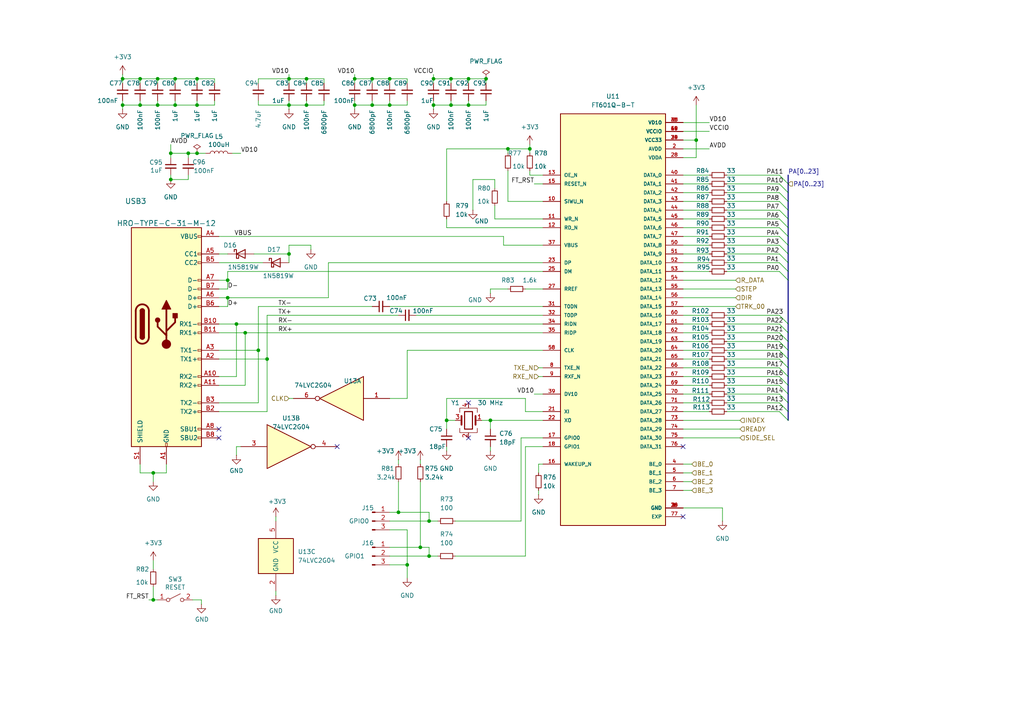
<source format=kicad_sch>
(kicad_sch
	(version 20231120)
	(generator "eeschema")
	(generator_version "8.0")
	(uuid "579a29a8-cb44-486c-bb96-051580b27281")
	(paper "A4")
	(title_block
		(title "Greaseweazle F7 Lighting, USB PD")
		(date "2023-08-27")
		(rev "2.04")
		(company "SweProj.com")
	)
	
	(junction
		(at 130.81 30.48)
		(diameter 0)
		(color 0 0 0 0)
		(uuid "052b4ae1-93f5-45eb-87ac-4c56161422af")
	)
	(junction
		(at 50.8 30.48)
		(diameter 0)
		(color 0 0 0 0)
		(uuid "0a1f8969-5393-4efe-b458-1bcd2d7a4b07")
	)
	(junction
		(at 83.82 73.66)
		(diameter 0)
		(color 0 0 0 0)
		(uuid "0b55d3c0-46c6-4797-b13d-d1267e2011fd")
	)
	(junction
		(at 153.67 43.18)
		(diameter 0)
		(color 0 0 0 0)
		(uuid "0b5c11d1-6ccf-4378-b53a-26c27ca1b71d")
	)
	(junction
		(at 66.04 86.36)
		(diameter 0)
		(color 0 0 0 0)
		(uuid "13e006e9-2abf-4969-a8ad-099016bdcf77")
	)
	(junction
		(at 54.61 44.45)
		(diameter 0)
		(color 0 0 0 0)
		(uuid "151049aa-fdf9-46ad-8a50-bdadaaa40ff9")
	)
	(junction
		(at 40.64 30.48)
		(diameter 0)
		(color 0 0 0 0)
		(uuid "1561ca2d-5b93-4615-8d3c-258ccb43ad58")
	)
	(junction
		(at 118.11 163.83)
		(diameter 0)
		(color 0 0 0 0)
		(uuid "179f5b89-e95d-4394-a44a-333a15a41581")
	)
	(junction
		(at 201.93 40.64)
		(diameter 0)
		(color 0 0 0 0)
		(uuid "1e068df5-59cf-4c3a-9c9c-a51390e80bb4")
	)
	(junction
		(at 121.92 158.75)
		(diameter 0)
		(color 0 0 0 0)
		(uuid "2e3cfd3f-acae-409f-b966-a7cd5cae622f")
	)
	(junction
		(at 66.04 81.28)
		(diameter 0)
		(color 0 0 0 0)
		(uuid "316a66f5-2b50-4133-8e07-9e7948bf8d69")
	)
	(junction
		(at 77.47 104.14)
		(diameter 0)
		(color 0 0 0 0)
		(uuid "32923bdf-5b28-491e-8abc-a77917cfc40d")
	)
	(junction
		(at 129.54 121.92)
		(diameter 0)
		(color 0 0 0 0)
		(uuid "3f4a91bf-cc01-42e3-b50f-8e4bd5dfbff6")
	)
	(junction
		(at 113.03 22.86)
		(diameter 0)
		(color 0 0 0 0)
		(uuid "40b601b0-51ac-4eec-8dd9-aa827e8d1491")
	)
	(junction
		(at 83.82 22.86)
		(diameter 0)
		(color 0 0 0 0)
		(uuid "49e67421-4d0e-47ea-af6f-0049fc0d5b11")
	)
	(junction
		(at 102.87 22.86)
		(diameter 0)
		(color 0 0 0 0)
		(uuid "5308b8db-d9ba-4d54-b893-835a89e19fbc")
	)
	(junction
		(at 44.45 173.99)
		(diameter 0)
		(color 0 0 0 0)
		(uuid "53839854-f108-426d-9352-22a295b30aa1")
	)
	(junction
		(at 102.87 30.48)
		(diameter 0)
		(color 0 0 0 0)
		(uuid "5636cf35-9b6a-4c98-bcf2-e82ecf6aa3ec")
	)
	(junction
		(at 124.46 161.29)
		(diameter 0)
		(color 0 0 0 0)
		(uuid "578f4a37-a00b-4e05-a20f-a81415679341")
	)
	(junction
		(at 45.72 30.48)
		(diameter 0)
		(color 0 0 0 0)
		(uuid "57b44f34-3193-4e1d-97eb-244d9e0ebf96")
	)
	(junction
		(at 147.32 43.18)
		(diameter 0)
		(color 0 0 0 0)
		(uuid "5ce4f6af-f813-41c4-9e8b-f180a5c3926e")
	)
	(junction
		(at 130.81 22.86)
		(diameter 0)
		(color 0 0 0 0)
		(uuid "5fa96c59-8474-49c8-b700-e27c61265ae6")
	)
	(junction
		(at 88.9 30.48)
		(diameter 0)
		(color 0 0 0 0)
		(uuid "6b408135-4f10-4702-a62b-9fe062829518")
	)
	(junction
		(at 35.56 22.86)
		(diameter 0)
		(color 0 0 0 0)
		(uuid "6dea86d7-0fd0-4adf-9dcb-02dd8682fd04")
	)
	(junction
		(at 140.97 22.86)
		(diameter 0)
		(color 0 0 0 0)
		(uuid "7157be28-5003-4bcc-8e8f-0ad14eb58f57")
	)
	(junction
		(at 115.57 148.59)
		(diameter 0)
		(color 0 0 0 0)
		(uuid "7219f03f-2afe-4b43-be4c-16998692e5b6")
	)
	(junction
		(at 113.03 30.48)
		(diameter 0)
		(color 0 0 0 0)
		(uuid "782d53a1-46f1-43c9-9a45-24bfe9fa4249")
	)
	(junction
		(at 124.46 151.13)
		(diameter 0)
		(color 0 0 0 0)
		(uuid "7fa603a2-aed9-46fb-ae5c-98143b17cc81")
	)
	(junction
		(at 125.73 22.86)
		(diameter 0)
		(color 0 0 0 0)
		(uuid "8422b388-e79f-4ee5-997d-e987732bebcb")
	)
	(junction
		(at 142.24 121.92)
		(diameter 0)
		(color 0 0 0 0)
		(uuid "893003f4-9eb9-4d8b-b395-5c918b4aec6b")
	)
	(junction
		(at 49.53 52.07)
		(diameter 0)
		(color 0 0 0 0)
		(uuid "90e2fa2f-52d0-43e4-9c7e-3bc37f080e34")
	)
	(junction
		(at 74.93 101.6)
		(diameter 0)
		(color 0 0 0 0)
		(uuid "92889b3d-c064-47fb-a5fe-b2bfc76ccbcd")
	)
	(junction
		(at 107.95 22.86)
		(diameter 0)
		(color 0 0 0 0)
		(uuid "9be1ec72-3a24-43ab-98f5-0862b65c7f74")
	)
	(junction
		(at 57.15 30.48)
		(diameter 0)
		(color 0 0 0 0)
		(uuid "a3fea079-4e54-42f0-bb87-03f1bcbf3d92")
	)
	(junction
		(at 71.12 96.52)
		(diameter 0)
		(color 0 0 0 0)
		(uuid "a7baeb3f-f43a-43df-9f63-1c1ec1cda60b")
	)
	(junction
		(at 107.95 30.48)
		(diameter 0)
		(color 0 0 0 0)
		(uuid "aab9de51-9bc2-4f6a-8b61-a0b8b871bba4")
	)
	(junction
		(at 135.89 22.86)
		(diameter 0)
		(color 0 0 0 0)
		(uuid "bbcc533d-c061-4e1a-bf55-94ec6d14094d")
	)
	(junction
		(at 44.45 137.16)
		(diameter 0)
		(color 0 0 0 0)
		(uuid "be97c69b-c912-4384-a658-a5f17604006e")
	)
	(junction
		(at 49.53 44.45)
		(diameter 0)
		(color 0 0 0 0)
		(uuid "c54d4540-bb94-458d-b481-b214612e2bee")
	)
	(junction
		(at 40.64 22.86)
		(diameter 0)
		(color 0 0 0 0)
		(uuid "c9088174-1ad7-4865-a98f-3378414f7529")
	)
	(junction
		(at 57.15 22.86)
		(diameter 0)
		(color 0 0 0 0)
		(uuid "d1449cb5-28a8-4693-baeb-c40d0929d460")
	)
	(junction
		(at 83.82 30.48)
		(diameter 0)
		(color 0 0 0 0)
		(uuid "d9cee027-1a68-4ef1-83cc-49f59adda1a3")
	)
	(junction
		(at 50.8 22.86)
		(diameter 0)
		(color 0 0 0 0)
		(uuid "d9ff65dd-48f9-4f59-b2b5-9519ee04fb32")
	)
	(junction
		(at 57.15 44.45)
		(diameter 0)
		(color 0 0 0 0)
		(uuid "dfecb94c-a403-4e82-aa22-b37148e5fe60")
	)
	(junction
		(at 135.89 30.48)
		(diameter 0)
		(color 0 0 0 0)
		(uuid "e43114a4-ba52-4520-8c32-18cd64d35766")
	)
	(junction
		(at 68.58 93.98)
		(diameter 0)
		(color 0 0 0 0)
		(uuid "eba55999-a795-4a58-8105-b30bf7aae47a")
	)
	(junction
		(at 45.72 22.86)
		(diameter 0)
		(color 0 0 0 0)
		(uuid "ee7680fe-3e98-4a0f-b73e-035eeb25f68b")
	)
	(junction
		(at 125.73 30.48)
		(diameter 0)
		(color 0 0 0 0)
		(uuid "f10de094-4469-4dbe-858d-0abeae0b672b")
	)
	(junction
		(at 35.56 30.48)
		(diameter 0)
		(color 0 0 0 0)
		(uuid "f47a08cd-2bfe-43fe-bbcb-39fa5f8f9a3b")
	)
	(junction
		(at 88.9 22.86)
		(diameter 0)
		(color 0 0 0 0)
		(uuid "fabbb283-0f4e-4399-a583-cea10827c875")
	)
	(no_connect
		(at 135.89 127)
		(uuid "1ad24d62-d545-4b84-986d-bb7e84888f2e")
	)
	(no_connect
		(at 198.12 129.54)
		(uuid "29b6cedf-5197-4a04-aec4-1c908dce535c")
	)
	(no_connect
		(at 198.12 149.86)
		(uuid "6eb9a23d-ef14-452f-a1d9-77ce41664d9f")
	)
	(no_connect
		(at 135.89 116.84)
		(uuid "701ab135-9c88-4e09-a3c5-af8a8ccd734f")
	)
	(no_connect
		(at 63.5 124.46)
		(uuid "89fce686-df46-40b9-b252-4ffe7255f2d8")
	)
	(no_connect
		(at 63.5 127)
		(uuid "a7297121-96b8-448f-8458-c41202b24614")
	)
	(no_connect
		(at 97.79 129.54)
		(uuid "e127deb0-4ac9-4666-adf4-74790ab73962")
	)
	(bus_entry
		(at 226.06 60.96)
		(size 2.54 2.54)
		(stroke
			(width 0)
			(type default)
		)
		(uuid "1c994396-a92e-4694-9fab-9f4566c455e5")
	)
	(bus_entry
		(at 226.06 76.2)
		(size 2.54 2.54)
		(stroke
			(width 0)
			(type default)
		)
		(uuid "210b9650-57ed-421c-98c6-10ab26f38fd1")
	)
	(bus_entry
		(at 226.06 99.06)
		(size 2.54 2.54)
		(stroke
			(width 0)
			(type default)
		)
		(uuid "27398032-dc75-401d-b03d-9fcdc1d81bde")
	)
	(bus_entry
		(at 226.06 96.52)
		(size 2.54 2.54)
		(stroke
			(width 0)
			(type default)
		)
		(uuid "30869e47-c5f7-4f9f-aaa8-370c3e9ac2e8")
	)
	(bus_entry
		(at 226.06 71.12)
		(size 2.54 2.54)
		(stroke
			(width 0)
			(type default)
		)
		(uuid "36603517-03a5-4122-8f76-88d7e3430d8b")
	)
	(bus_entry
		(at 226.06 66.04)
		(size 2.54 2.54)
		(stroke
			(width 0)
			(type default)
		)
		(uuid "36816851-c74c-40c7-8a56-7df17eb978f3")
	)
	(bus_entry
		(at 226.06 68.58)
		(size 2.54 2.54)
		(stroke
			(width 0)
			(type default)
		)
		(uuid "38845139-f485-47dc-822f-778ce9663191")
	)
	(bus_entry
		(at 226.06 78.74)
		(size 2.54 2.54)
		(stroke
			(width 0)
			(type default)
		)
		(uuid "45da16a6-6b81-4d58-be5a-83c4f2e6a3eb")
	)
	(bus_entry
		(at 226.06 73.66)
		(size 2.54 2.54)
		(stroke
			(width 0)
			(type default)
		)
		(uuid "46d4f54a-9dc8-40a5-97e3-a15b4bcc151d")
	)
	(bus_entry
		(at 226.06 106.68)
		(size 2.54 2.54)
		(stroke
			(width 0)
			(type default)
		)
		(uuid "4edf8ef1-19a1-465c-90b7-a1b5f99ca9b6")
	)
	(bus_entry
		(at 226.06 109.22)
		(size 2.54 2.54)
		(stroke
			(width 0)
			(type default)
		)
		(uuid "5e3a192c-8b07-4255-aa2b-9d1de4a26e40")
	)
	(bus_entry
		(at 226.06 55.88)
		(size 2.54 2.54)
		(stroke
			(width 0)
			(type default)
		)
		(uuid "6c3db74f-22bd-4141-93ed-e609a77ebf6f")
	)
	(bus_entry
		(at 226.06 116.84)
		(size 2.54 2.54)
		(stroke
			(width 0)
			(type default)
		)
		(uuid "782fb4d4-247a-48be-92e8-56092be3ab87")
	)
	(bus_entry
		(at 226.06 93.98)
		(size 2.54 2.54)
		(stroke
			(width 0)
			(type default)
		)
		(uuid "c8cb8e96-c941-4794-aac4-22fc23378800")
	)
	(bus_entry
		(at 226.06 114.3)
		(size 2.54 2.54)
		(stroke
			(width 0)
			(type default)
		)
		(uuid "cee492a4-725e-4983-8022-621928ced236")
	)
	(bus_entry
		(at 226.06 50.8)
		(size 2.54 2.54)
		(stroke
			(width 0)
			(type default)
		)
		(uuid "d3ab2813-23d8-4e92-83f1-722c1774c502")
	)
	(bus_entry
		(at 226.06 119.38)
		(size 2.54 2.54)
		(stroke
			(width 0)
			(type default)
		)
		(uuid "d653de8d-d5ce-496a-a79d-36d039693bdd")
	)
	(bus_entry
		(at 226.06 111.76)
		(size 2.54 2.54)
		(stroke
			(width 0)
			(type default)
		)
		(uuid "dbca79bf-7b91-44b4-af87-8356ceb6e592")
	)
	(bus_entry
		(at 226.06 53.34)
		(size 2.54 2.54)
		(stroke
			(width 0)
			(type default)
		)
		(uuid "e430793e-7deb-41c0-a9a9-c7dd40b57bda")
	)
	(bus_entry
		(at 226.06 58.42)
		(size 2.54 2.54)
		(stroke
			(width 0)
			(type default)
		)
		(uuid "e62c918e-2ba5-4e14-91bf-451dab14bdf2")
	)
	(bus_entry
		(at 226.06 104.14)
		(size 2.54 2.54)
		(stroke
			(width 0)
			(type default)
		)
		(uuid "e6e16ef8-627f-4afe-bccf-3a658ca04900")
	)
	(bus_entry
		(at 226.06 63.5)
		(size 2.54 2.54)
		(stroke
			(width 0)
			(type default)
		)
		(uuid "ef863ed8-e98f-4857-9990-1268a0e76a5a")
	)
	(bus_entry
		(at 226.06 101.6)
		(size 2.54 2.54)
		(stroke
			(width 0)
			(type default)
		)
		(uuid "fa89e1fa-2fc6-474c-832f-e936a14aae13")
	)
	(bus_entry
		(at 226.06 91.44)
		(size 2.54 2.54)
		(stroke
			(width 0)
			(type default)
		)
		(uuid "fbca0f9b-b398-4104-885a-63dc45dbc176")
	)
	(bus
		(pts
			(xy 228.6 53.34) (xy 228.6 55.88)
		)
		(stroke
			(width 0)
			(type default)
		)
		(uuid "00050a5e-aced-4f19-92a1-146170a1c684")
	)
	(wire
		(pts
			(xy 198.12 93.98) (xy 205.74 93.98)
		)
		(stroke
			(width 0)
			(type default)
		)
		(uuid "011dc259-d729-4448-ba68-c882d471eaa8")
	)
	(wire
		(pts
			(xy 102.87 21.59) (xy 102.87 22.86)
		)
		(stroke
			(width 0)
			(type default)
		)
		(uuid "024fea57-aca7-40e6-ba90-2af0188372f8")
	)
	(wire
		(pts
			(xy 210.82 73.66) (xy 226.06 73.66)
		)
		(stroke
			(width 0)
			(type default)
		)
		(uuid "061c6546-7a7e-4d39-a6ec-ab4563426b23")
	)
	(wire
		(pts
			(xy 198.12 78.74) (xy 205.74 78.74)
		)
		(stroke
			(width 0)
			(type default)
		)
		(uuid "063c6630-1b1b-423d-a718-bad1ef4a1569")
	)
	(wire
		(pts
			(xy 88.9 22.86) (xy 93.98 22.86)
		)
		(stroke
			(width 0)
			(type default)
		)
		(uuid "0762f890-310e-4b7b-b102-c66052577053")
	)
	(wire
		(pts
			(xy 137.16 52.07) (xy 143.51 52.07)
		)
		(stroke
			(width 0)
			(type default)
		)
		(uuid "084df0d2-ea00-4ec5-802c-002d070a8656")
	)
	(wire
		(pts
			(xy 198.12 83.82) (xy 213.36 83.82)
		)
		(stroke
			(width 0)
			(type default)
		)
		(uuid "08e34e08-069a-44f2-bb8d-8b27e698ab32")
	)
	(wire
		(pts
			(xy 62.23 30.48) (xy 62.23 29.21)
		)
		(stroke
			(width 0)
			(type default)
		)
		(uuid "09b561bc-9a6b-410a-82d2-90265c29fdf0")
	)
	(wire
		(pts
			(xy 151.13 127) (xy 151.13 151.13)
		)
		(stroke
			(width 0)
			(type default)
		)
		(uuid "0a1b2e9a-74c4-4462-bbf4-519c34d247bc")
	)
	(wire
		(pts
			(xy 55.88 173.99) (xy 58.42 173.99)
		)
		(stroke
			(width 0)
			(type default)
		)
		(uuid "0d951b9d-1ca9-4f22-a042-d0026ee92c3f")
	)
	(bus
		(pts
			(xy 228.6 50.8) (xy 228.6 53.34)
		)
		(stroke
			(width 0)
			(type default)
		)
		(uuid "0e3ccd74-0216-4d5c-87b8-e623042c9985")
	)
	(wire
		(pts
			(xy 142.24 85.09) (xy 142.24 83.82)
		)
		(stroke
			(width 0)
			(type default)
		)
		(uuid "0f98614e-1055-488a-98dd-ad9c7af5c23d")
	)
	(wire
		(pts
			(xy 40.64 30.48) (xy 40.64 29.21)
		)
		(stroke
			(width 0)
			(type default)
		)
		(uuid "0ff21d18-3404-406d-8053-857cb6030200")
	)
	(wire
		(pts
			(xy 44.45 162.56) (xy 44.45 165.1)
		)
		(stroke
			(width 0)
			(type default)
		)
		(uuid "0ffec143-82ff-4023-8dda-01312ce1da0a")
	)
	(wire
		(pts
			(xy 44.45 170.18) (xy 44.45 173.99)
		)
		(stroke
			(width 0)
			(type default)
		)
		(uuid "10a0bcfb-55f4-4c5b-85f5-5d77f0dc6b79")
	)
	(wire
		(pts
			(xy 88.9 22.86) (xy 88.9 24.13)
		)
		(stroke
			(width 0)
			(type default)
		)
		(uuid "1194cfc6-744f-4d96-af48-95d2a2b281fe")
	)
	(bus
		(pts
			(xy 228.6 71.12) (xy 228.6 73.66)
		)
		(stroke
			(width 0)
			(type default)
		)
		(uuid "121c554e-6ee4-4e3e-a82b-49ebb9f3a9a8")
	)
	(wire
		(pts
			(xy 57.15 22.86) (xy 62.23 22.86)
		)
		(stroke
			(width 0)
			(type default)
		)
		(uuid "12681bbd-31af-4f2c-9569-caa23ae8a8ce")
	)
	(wire
		(pts
			(xy 67.31 44.45) (xy 69.85 44.45)
		)
		(stroke
			(width 0)
			(type default)
		)
		(uuid "12e483f4-2c35-4ec2-b969-16a8cb1257de")
	)
	(wire
		(pts
			(xy 50.8 22.86) (xy 50.8 24.13)
		)
		(stroke
			(width 0)
			(type default)
		)
		(uuid "12e96ade-fd67-484b-aca5-54824a155d10")
	)
	(wire
		(pts
			(xy 140.97 22.86) (xy 140.97 24.13)
		)
		(stroke
			(width 0)
			(type default)
		)
		(uuid "14c75a79-031e-4663-905a-996467e0d654")
	)
	(wire
		(pts
			(xy 113.03 153.67) (xy 118.11 153.67)
		)
		(stroke
			(width 0)
			(type default)
		)
		(uuid "14f35a96-1f55-4f38-b316-0816c33a2776")
	)
	(bus
		(pts
			(xy 228.6 60.96) (xy 228.6 63.5)
		)
		(stroke
			(width 0)
			(type default)
		)
		(uuid "17100788-d42e-4556-980e-864c236ae922")
	)
	(wire
		(pts
			(xy 124.46 148.59) (xy 124.46 151.13)
		)
		(stroke
			(width 0)
			(type default)
		)
		(uuid "181d497a-7b28-42d9-88a1-e58a56a9087d")
	)
	(wire
		(pts
			(xy 35.56 21.59) (xy 35.56 22.86)
		)
		(stroke
			(width 0)
			(type default)
		)
		(uuid "188d6c42-0752-4171-94c8-9bededf6ebc5")
	)
	(wire
		(pts
			(xy 107.95 30.48) (xy 107.95 29.21)
		)
		(stroke
			(width 0)
			(type default)
		)
		(uuid "19c25703-99fb-4acb-936e-e1f94517f43d")
	)
	(wire
		(pts
			(xy 83.82 22.86) (xy 83.82 24.13)
		)
		(stroke
			(width 0)
			(type default)
		)
		(uuid "1aa08ded-40e5-4846-85c4-c054c99818a2")
	)
	(wire
		(pts
			(xy 115.57 148.59) (xy 124.46 148.59)
		)
		(stroke
			(width 0)
			(type default)
		)
		(uuid "1b670ca0-a317-4524-8903-cab705f0958a")
	)
	(wire
		(pts
			(xy 74.93 116.84) (xy 74.93 101.6)
		)
		(stroke
			(width 0)
			(type default)
		)
		(uuid "1bbe7219-b59f-41e6-8d5f-79342a6d9e46")
	)
	(wire
		(pts
			(xy 35.56 22.86) (xy 40.64 22.86)
		)
		(stroke
			(width 0)
			(type default)
		)
		(uuid "1c6bcaee-f3b0-4cff-b9f8-7b54e7a9dfc5")
	)
	(wire
		(pts
			(xy 40.64 22.86) (xy 40.64 24.13)
		)
		(stroke
			(width 0)
			(type default)
		)
		(uuid "1db9b279-c7be-4da1-9506-a8868a060aad")
	)
	(wire
		(pts
			(xy 198.12 91.44) (xy 205.74 91.44)
		)
		(stroke
			(width 0)
			(type default)
		)
		(uuid "1f725147-2094-47d6-9df6-6fcea122ffd7")
	)
	(bus
		(pts
			(xy 228.6 119.38) (xy 228.6 121.92)
		)
		(stroke
			(width 0)
			(type default)
		)
		(uuid "206012ea-5d1c-4511-9232-a0c1710e6a22")
	)
	(wire
		(pts
			(xy 198.12 71.12) (xy 205.74 71.12)
		)
		(stroke
			(width 0)
			(type default)
		)
		(uuid "21202f37-37d9-4346-a3ce-fb9cdc003354")
	)
	(wire
		(pts
			(xy 154.94 114.3) (xy 157.48 114.3)
		)
		(stroke
			(width 0)
			(type default)
		)
		(uuid "2231fffe-87a2-4a05-9df9-0dce718cee48")
	)
	(wire
		(pts
			(xy 143.51 59.69) (xy 143.51 63.5)
		)
		(stroke
			(width 0)
			(type default)
		)
		(uuid "22969e00-3ea2-4e6a-b722-160723d91b82")
	)
	(wire
		(pts
			(xy 153.67 41.91) (xy 153.67 43.18)
		)
		(stroke
			(width 0)
			(type default)
		)
		(uuid "23361300-d8ad-4b39-96f0-431d13eb997e")
	)
	(wire
		(pts
			(xy 35.56 30.48) (xy 40.64 30.48)
		)
		(stroke
			(width 0)
			(type default)
		)
		(uuid "234463fd-68d9-4da2-9a96-fb23735f7678")
	)
	(wire
		(pts
			(xy 140.97 30.48) (xy 140.97 29.21)
		)
		(stroke
			(width 0)
			(type default)
		)
		(uuid "23dc05de-1873-415d-9917-d84f1a314f21")
	)
	(wire
		(pts
			(xy 210.82 101.6) (xy 226.06 101.6)
		)
		(stroke
			(width 0)
			(type default)
		)
		(uuid "24d60dcb-efb9-4961-9698-51558a61a214")
	)
	(wire
		(pts
			(xy 74.93 22.86) (xy 83.82 22.86)
		)
		(stroke
			(width 0)
			(type default)
		)
		(uuid "2615a44b-d70f-4099-89af-36f9b591df0e")
	)
	(wire
		(pts
			(xy 95.25 86.36) (xy 95.25 76.2)
		)
		(stroke
			(width 0)
			(type default)
		)
		(uuid "27fa4445-4cae-443b-a87e-b0d420415c33")
	)
	(wire
		(pts
			(xy 63.5 81.28) (xy 66.04 81.28)
		)
		(stroke
			(width 0)
			(type default)
		)
		(uuid "2a6beb37-6b49-4da6-a186-7a8466026d1d")
	)
	(wire
		(pts
			(xy 63.5 116.84) (xy 74.93 116.84)
		)
		(stroke
			(width 0)
			(type default)
		)
		(uuid "2aa039a2-ad47-4887-bb27-25235a68b421")
	)
	(wire
		(pts
			(xy 107.95 30.48) (xy 113.03 30.48)
		)
		(stroke
			(width 0)
			(type default)
		)
		(uuid "2b8e9083-59af-44de-9aa9-235a1ff19b67")
	)
	(bus
		(pts
			(xy 228.6 68.58) (xy 228.6 71.12)
		)
		(stroke
			(width 0)
			(type default)
		)
		(uuid "2c3f144e-c23d-47a9-a607-854446700598")
	)
	(wire
		(pts
			(xy 113.03 115.57) (xy 118.11 115.57)
		)
		(stroke
			(width 0)
			(type default)
		)
		(uuid "2cab2f30-f46c-42c8-a6a5-304c740c71f6")
	)
	(wire
		(pts
			(xy 198.12 55.88) (xy 205.74 55.88)
		)
		(stroke
			(width 0)
			(type default)
		)
		(uuid "2cf76403-7bfe-4b67-a5d3-168d408263c2")
	)
	(bus
		(pts
			(xy 228.6 63.5) (xy 228.6 66.04)
		)
		(stroke
			(width 0)
			(type default)
		)
		(uuid "2d233097-2409-483e-a1be-83939dca7520")
	)
	(wire
		(pts
			(xy 88.9 30.48) (xy 88.9 29.21)
		)
		(stroke
			(width 0)
			(type default)
		)
		(uuid "2da4280a-2009-4ca8-b2aa-df973e5ae395")
	)
	(wire
		(pts
			(xy 58.42 173.99) (xy 58.42 175.26)
		)
		(stroke
			(width 0)
			(type default)
		)
		(uuid "2e5ec534-5d8b-4381-aad9-6541dd6f55d4")
	)
	(wire
		(pts
			(xy 125.73 21.59) (xy 125.73 22.86)
		)
		(stroke
			(width 0)
			(type default)
		)
		(uuid "2edb0e6c-0d45-4811-ab68-2901f95904ed")
	)
	(wire
		(pts
			(xy 210.82 96.52) (xy 226.06 96.52)
		)
		(stroke
			(width 0)
			(type default)
		)
		(uuid "2f637464-2cb0-4980-ab11-48422055cec4")
	)
	(wire
		(pts
			(xy 156.21 109.22) (xy 157.48 109.22)
		)
		(stroke
			(width 0)
			(type default)
		)
		(uuid "2fdbb244-f697-4554-9c92-3600fc8c2c24")
	)
	(wire
		(pts
			(xy 80.01 149.86) (xy 80.01 151.13)
		)
		(stroke
			(width 0)
			(type default)
		)
		(uuid "3006991f-cabc-4d29-8629-823e71acd369")
	)
	(wire
		(pts
			(xy 125.73 29.21) (xy 125.73 30.48)
		)
		(stroke
			(width 0)
			(type default)
		)
		(uuid "32327dce-22f5-4393-a2a1-8418336486e2")
	)
	(wire
		(pts
			(xy 198.12 86.36) (xy 213.36 86.36)
		)
		(stroke
			(width 0)
			(type default)
		)
		(uuid "32880cbf-b1f8-48c6-a561-90f78269e955")
	)
	(wire
		(pts
			(xy 129.54 115.57) (xy 129.54 121.92)
		)
		(stroke
			(width 0)
			(type default)
		)
		(uuid "32b5a6f3-2419-4f35-ac2a-552a6dbbf99e")
	)
	(wire
		(pts
			(xy 121.92 133.35) (xy 121.92 134.62)
		)
		(stroke
			(width 0)
			(type default)
		)
		(uuid "33d93b48-92bd-4e48-9049-6782ddfd9568")
	)
	(wire
		(pts
			(xy 142.24 121.92) (xy 157.48 121.92)
		)
		(stroke
			(width 0)
			(type default)
		)
		(uuid "340ff101-fe5d-48c1-8c67-a0fed101d076")
	)
	(wire
		(pts
			(xy 66.04 81.28) (xy 66.04 83.82)
		)
		(stroke
			(width 0)
			(type default)
		)
		(uuid "3956f06b-e365-4c19-83bd-fff843636f4c")
	)
	(wire
		(pts
			(xy 45.72 30.48) (xy 45.72 29.21)
		)
		(stroke
			(width 0)
			(type default)
		)
		(uuid "3a2fbf9e-53ac-446a-b26d-7bc9fd47579d")
	)
	(wire
		(pts
			(xy 66.04 78.74) (xy 66.04 81.28)
		)
		(stroke
			(width 0)
			(type default)
		)
		(uuid "3a3646d4-d404-495c-81bc-6181dd424a93")
	)
	(wire
		(pts
			(xy 129.54 43.18) (xy 129.54 58.42)
		)
		(stroke
			(width 0)
			(type default)
		)
		(uuid "3b066f5f-126b-4778-8407-f174d482603b")
	)
	(wire
		(pts
			(xy 74.93 88.9) (xy 74.93 101.6)
		)
		(stroke
			(width 0)
			(type default)
		)
		(uuid "3b633ab5-f039-4374-9961-0aec6a6b2980")
	)
	(wire
		(pts
			(xy 57.15 44.45) (xy 54.61 44.45)
		)
		(stroke
			(width 0)
			(type default)
		)
		(uuid "3c520dd0-ffe2-4475-8fec-54a786105c53")
	)
	(wire
		(pts
			(xy 120.65 91.44) (xy 157.48 91.44)
		)
		(stroke
			(width 0)
			(type default)
		)
		(uuid "3d55b0c4-481d-4b5d-af41-b7b7c3911e55")
	)
	(wire
		(pts
			(xy 154.94 53.34) (xy 157.48 53.34)
		)
		(stroke
			(width 0)
			(type default)
		)
		(uuid "3d63e58b-6e1a-4644-93a9-5ba4188b9eba")
	)
	(wire
		(pts
			(xy 49.53 44.45) (xy 49.53 45.72)
		)
		(stroke
			(width 0)
			(type default)
		)
		(uuid "3d9694bc-cd68-464e-ac22-7e781fa508e8")
	)
	(wire
		(pts
			(xy 66.04 86.36) (xy 95.25 86.36)
		)
		(stroke
			(width 0)
			(type default)
		)
		(uuid "3ded4d6b-4da2-41e9-9a37-5ba2ae4381ad")
	)
	(wire
		(pts
			(xy 50.8 22.86) (xy 57.15 22.86)
		)
		(stroke
			(width 0)
			(type default)
		)
		(uuid "3e85f5f2-0a60-403f-bdf2-3dc0ee51c599")
	)
	(wire
		(pts
			(xy 129.54 63.5) (xy 129.54 66.04)
		)
		(stroke
			(width 0)
			(type default)
		)
		(uuid "405119f6-64b2-4020-9fac-fde1a7bcaef8")
	)
	(wire
		(pts
			(xy 48.26 137.16) (xy 48.26 134.62)
		)
		(stroke
			(width 0)
			(type default)
		)
		(uuid "4107ac83-14a7-40fa-9e00-e382d03f3156")
	)
	(wire
		(pts
			(xy 153.67 50.8) (xy 157.48 50.8)
		)
		(stroke
			(width 0)
			(type default)
		)
		(uuid "424da688-dbe2-4862-8ee7-92e5276e802c")
	)
	(wire
		(pts
			(xy 210.82 53.34) (xy 226.06 53.34)
		)
		(stroke
			(width 0)
			(type default)
		)
		(uuid "42d4674f-c297-48d8-802f-05adefd9f990")
	)
	(bus
		(pts
			(xy 228.6 116.84) (xy 228.6 119.38)
		)
		(stroke
			(width 0)
			(type default)
		)
		(uuid "430fd617-cae9-4df3-a4a9-01abb2fa6def")
	)
	(wire
		(pts
			(xy 124.46 151.13) (xy 127 151.13)
		)
		(stroke
			(width 0)
			(type default)
		)
		(uuid "43958010-fa01-4be1-9255-33ce27c61ba2")
	)
	(wire
		(pts
			(xy 198.12 50.8) (xy 205.74 50.8)
		)
		(stroke
			(width 0)
			(type default)
		)
		(uuid "4529b35e-5ed4-4a31-a11d-51399dfe2a60")
	)
	(wire
		(pts
			(xy 152.4 161.29) (xy 132.08 161.29)
		)
		(stroke
			(width 0)
			(type default)
		)
		(uuid "4540dcf7-4cee-49cc-a7b1-0b8a4d2e629f")
	)
	(wire
		(pts
			(xy 43.18 173.99) (xy 44.45 173.99)
		)
		(stroke
			(width 0)
			(type default)
		)
		(uuid "4572adac-282e-49eb-8da5-0c046e71107a")
	)
	(wire
		(pts
			(xy 198.12 68.58) (xy 205.74 68.58)
		)
		(stroke
			(width 0)
			(type default)
		)
		(uuid "47522a23-4252-48e3-8388-155de5ac5af8")
	)
	(wire
		(pts
			(xy 142.24 83.82) (xy 147.32 83.82)
		)
		(stroke
			(width 0)
			(type default)
		)
		(uuid "4805711c-6896-41ef-95b6-f5cd4dedfe02")
	)
	(wire
		(pts
			(xy 88.9 30.48) (xy 93.98 30.48)
		)
		(stroke
			(width 0)
			(type default)
		)
		(uuid "481f6f71-9618-49a3-8705-379ae5a36368")
	)
	(wire
		(pts
			(xy 118.11 163.83) (xy 113.03 163.83)
		)
		(stroke
			(width 0)
			(type default)
		)
		(uuid "48670141-e748-4135-b00b-b64748e0bd7f")
	)
	(wire
		(pts
			(xy 135.89 30.48) (xy 135.89 29.21)
		)
		(stroke
			(width 0)
			(type default)
		)
		(uuid "48f4e0e1-a70d-4beb-86b2-b8ad6da16858")
	)
	(bus
		(pts
			(xy 228.6 73.66) (xy 228.6 76.2)
		)
		(stroke
			(width 0)
			(type default)
		)
		(uuid "496c2e7e-4f6d-422c-916a-2404fdd8d873")
	)
	(wire
		(pts
			(xy 71.12 96.52) (xy 157.48 96.52)
		)
		(stroke
			(width 0)
			(type default)
		)
		(uuid "49b7a93b-0c45-4f54-82d8-c73fca8e9a2f")
	)
	(wire
		(pts
			(xy 63.5 109.22) (xy 68.58 109.22)
		)
		(stroke
			(width 0)
			(type default)
		)
		(uuid "49fb1b93-ef2c-4c13-8861-864d83ebc2ed")
	)
	(wire
		(pts
			(xy 157.48 129.54) (xy 152.4 129.54)
		)
		(stroke
			(width 0)
			(type default)
		)
		(uuid "4af6888f-1fe0-4d56-b94e-22b4d50bbd89")
	)
	(wire
		(pts
			(xy 83.82 21.59) (xy 83.82 22.86)
		)
		(stroke
			(width 0)
			(type default)
		)
		(uuid "4bce17f0-6326-4645-b7b6-ca724ce9d2cb")
	)
	(wire
		(pts
			(xy 210.82 93.98) (xy 226.06 93.98)
		)
		(stroke
			(width 0)
			(type default)
		)
		(uuid "4ccbb480-6e7e-4aed-8192-7260d4af6594")
	)
	(wire
		(pts
			(xy 83.82 30.48) (xy 88.9 30.48)
		)
		(stroke
			(width 0)
			(type default)
		)
		(uuid "4d3bb3a0-673f-413b-8812-2f1e44fe7b23")
	)
	(bus
		(pts
			(xy 228.6 66.04) (xy 228.6 68.58)
		)
		(stroke
			(width 0)
			(type default)
		)
		(uuid "4fb7975d-dc94-4146-8f85-99e8a9b45ede")
	)
	(wire
		(pts
			(xy 198.12 121.92) (xy 214.63 121.92)
		)
		(stroke
			(width 0)
			(type default)
		)
		(uuid "501146be-0ed3-4fb0-8a59-687d52f177ee")
	)
	(wire
		(pts
			(xy 210.82 109.22) (xy 226.06 109.22)
		)
		(stroke
			(width 0)
			(type default)
		)
		(uuid "50790555-36fa-4dde-a179-ff96ee612e69")
	)
	(wire
		(pts
			(xy 198.12 81.28) (xy 213.36 81.28)
		)
		(stroke
			(width 0)
			(type default)
		)
		(uuid "508ffb63-f5c2-45fe-a36e-e437f091afa9")
	)
	(wire
		(pts
			(xy 63.5 104.14) (xy 77.47 104.14)
		)
		(stroke
			(width 0)
			(type default)
		)
		(uuid "50a8583a-4726-410b-8992-b77a315245a3")
	)
	(wire
		(pts
			(xy 35.56 22.86) (xy 35.56 24.13)
		)
		(stroke
			(width 0)
			(type default)
		)
		(uuid "510c6bc5-af5c-4c44-ac29-b04833dd0f95")
	)
	(wire
		(pts
			(xy 68.58 129.54) (xy 69.85 129.54)
		)
		(stroke
			(width 0)
			(type default)
		)
		(uuid "51401801-d8ed-4f01-b317-309b429ef4e8")
	)
	(wire
		(pts
			(xy 153.67 49.53) (xy 153.67 50.8)
		)
		(stroke
			(width 0)
			(type default)
		)
		(uuid "51c901d7-ed0d-4e2d-9a1c-668470867d75")
	)
	(wire
		(pts
			(xy 132.08 121.92) (xy 129.54 121.92)
		)
		(stroke
			(width 0)
			(type default)
		)
		(uuid "52187ba3-9619-4e36-a79a-18eadbcbc0d0")
	)
	(wire
		(pts
			(xy 198.12 119.38) (xy 205.74 119.38)
		)
		(stroke
			(width 0)
			(type default)
		)
		(uuid "52564351-ab3e-44c8-b691-9db09dffe644")
	)
	(wire
		(pts
			(xy 129.54 43.18) (xy 147.32 43.18)
		)
		(stroke
			(width 0)
			(type default)
		)
		(uuid "52b73b57-6011-442e-8a39-5a26e9438856")
	)
	(wire
		(pts
			(xy 137.16 60.96) (xy 137.16 52.07)
		)
		(stroke
			(width 0)
			(type default)
		)
		(uuid "54dca154-820e-4718-b461-2a71e1d8aa37")
	)
	(wire
		(pts
			(xy 125.73 22.86) (xy 130.81 22.86)
		)
		(stroke
			(width 0)
			(type default)
		)
		(uuid "5500826b-565d-493e-bae6-b2a2ea4c465e")
	)
	(wire
		(pts
			(xy 210.82 66.04) (xy 226.06 66.04)
		)
		(stroke
			(width 0)
			(type default)
		)
		(uuid "556efe03-dead-4cfa-97cb-8f0ef95d00f8")
	)
	(wire
		(pts
			(xy 102.87 30.48) (xy 107.95 30.48)
		)
		(stroke
			(width 0)
			(type default)
		)
		(uuid "55ba0ce1-7803-4ee2-9a69-79af658eceb9")
	)
	(wire
		(pts
			(xy 156.21 142.24) (xy 156.21 143.51)
		)
		(stroke
			(width 0)
			(type default)
		)
		(uuid "55d9e8e1-4029-41fa-bbbc-dbf0a3c69493")
	)
	(wire
		(pts
			(xy 118.11 101.6) (xy 118.11 115.57)
		)
		(stroke
			(width 0)
			(type default)
		)
		(uuid "567fcb32-c222-4492-bcc9-c916b86b5819")
	)
	(wire
		(pts
			(xy 57.15 30.48) (xy 57.15 29.21)
		)
		(stroke
			(width 0)
			(type default)
		)
		(uuid "56a08669-a5d8-4bdd-813c-4a364a976e98")
	)
	(wire
		(pts
			(xy 130.81 22.86) (xy 135.89 22.86)
		)
		(stroke
			(width 0)
			(type default)
		)
		(uuid "5b398c3d-fe37-44ce-a3ad-4339805624cc")
	)
	(wire
		(pts
			(xy 83.82 29.21) (xy 83.82 30.48)
		)
		(stroke
			(width 0)
			(type default)
		)
		(uuid "5cd4918e-8dcc-4103-93e4-90d9eb4f4812")
	)
	(wire
		(pts
			(xy 113.03 88.9) (xy 157.48 88.9)
		)
		(stroke
			(width 0)
			(type default)
		)
		(uuid "5d061b70-022b-4717-b2da-4346db5706a0")
	)
	(wire
		(pts
			(xy 83.82 115.57) (xy 85.09 115.57)
		)
		(stroke
			(width 0)
			(type default)
		)
		(uuid "5d27e54a-b30e-4809-9809-2774eac40bc6")
	)
	(wire
		(pts
			(xy 210.82 50.8) (xy 226.06 50.8)
		)
		(stroke
			(width 0)
			(type default)
		)
		(uuid "5dac6330-ecbb-492a-af35-f883e2eca151")
	)
	(wire
		(pts
			(xy 44.45 173.99) (xy 45.72 173.99)
		)
		(stroke
			(width 0)
			(type default)
		)
		(uuid "5f676cce-6c2b-483f-96a2-a7cd4f6a20b3")
	)
	(wire
		(pts
			(xy 153.67 43.18) (xy 153.67 44.45)
		)
		(stroke
			(width 0)
			(type default)
		)
		(uuid "6078ca9f-9037-45ce-8aaf-2118966b7f72")
	)
	(wire
		(pts
			(xy 152.4 83.82) (xy 157.48 83.82)
		)
		(stroke
			(width 0)
			(type default)
		)
		(uuid "60e818cd-508e-451d-b243-fb53dc09ad31")
	)
	(bus
		(pts
			(xy 228.6 96.52) (xy 228.6 99.06)
		)
		(stroke
			(width 0)
			(type default)
		)
		(uuid "614156da-a7d1-476d-9a2e-6a1ce89bc6f9")
	)
	(bus
		(pts
			(xy 228.6 78.74) (xy 228.6 81.28)
		)
		(stroke
			(width 0)
			(type default)
		)
		(uuid "61a44562-c9d3-422d-a7c2-ce164ba0e11b")
	)
	(wire
		(pts
			(xy 71.12 111.76) (xy 63.5 111.76)
		)
		(stroke
			(width 0)
			(type default)
		)
		(uuid "61eb8908-e0a9-4412-8019-9b641be45a3c")
	)
	(wire
		(pts
			(xy 77.47 119.38) (xy 77.47 104.14)
		)
		(stroke
			(width 0)
			(type default)
		)
		(uuid "6221513d-7e3e-420d-89cd-6319c106f0f1")
	)
	(wire
		(pts
			(xy 210.82 76.2) (xy 226.06 76.2)
		)
		(stroke
			(width 0)
			(type default)
		)
		(uuid "627b30b8-4b97-4124-952e-a3cd30f7d99c")
	)
	(wire
		(pts
			(xy 118.11 22.86) (xy 118.11 24.13)
		)
		(stroke
			(width 0)
			(type default)
		)
		(uuid "62971692-d2cf-4650-b7d8-d4c31715dd72")
	)
	(wire
		(pts
			(xy 63.5 101.6) (xy 74.93 101.6)
		)
		(stroke
			(width 0)
			(type default)
		)
		(uuid "62af5bbd-3b56-439c-9fdd-db15772af9b8")
	)
	(wire
		(pts
			(xy 135.89 30.48) (xy 140.97 30.48)
		)
		(stroke
			(width 0)
			(type default)
		)
		(uuid "62c381bf-82d0-4fb8-8fc8-51f82061b732")
	)
	(wire
		(pts
			(xy 125.73 22.86) (xy 125.73 24.13)
		)
		(stroke
			(width 0)
			(type default)
		)
		(uuid "62f069dd-bd2e-4efa-8765-8edb249a588e")
	)
	(wire
		(pts
			(xy 198.12 111.76) (xy 205.74 111.76)
		)
		(stroke
			(width 0)
			(type default)
		)
		(uuid "636babdf-d885-4dd0-a9cf-ec0dab6eff33")
	)
	(wire
		(pts
			(xy 118.11 30.48) (xy 118.11 29.21)
		)
		(stroke
			(width 0)
			(type default)
		)
		(uuid "63f11a24-1236-43bf-abcd-e48140821982")
	)
	(wire
		(pts
			(xy 146.05 71.12) (xy 157.48 71.12)
		)
		(stroke
			(width 0)
			(type default)
		)
		(uuid "66116ae2-0a9e-4780-8e3f-894c71be53f6")
	)
	(wire
		(pts
			(xy 198.12 137.16) (xy 200.66 137.16)
		)
		(stroke
			(width 0)
			(type default)
		)
		(uuid "68178000-422e-438b-95f9-197a4c481e2b")
	)
	(wire
		(pts
			(xy 198.12 73.66) (xy 205.74 73.66)
		)
		(stroke
			(width 0)
			(type default)
		)
		(uuid "68318d78-b09f-443b-8d69-bf0291757d0c")
	)
	(wire
		(pts
			(xy 210.82 99.06) (xy 226.06 99.06)
		)
		(stroke
			(width 0)
			(type default)
		)
		(uuid "68673f10-6e57-4f07-808d-3ca53a1aace5")
	)
	(wire
		(pts
			(xy 54.61 52.07) (xy 54.61 50.8)
		)
		(stroke
			(width 0)
			(type default)
		)
		(uuid "69c65ee2-ceeb-4c2e-aa72-02722100bcee")
	)
	(wire
		(pts
			(xy 198.12 88.9) (xy 213.36 88.9)
		)
		(stroke
			(width 0)
			(type default)
		)
		(uuid "6a9c76f3-ef9e-4bef-8b7b-bb3b04aa6057")
	)
	(wire
		(pts
			(xy 198.12 114.3) (xy 205.74 114.3)
		)
		(stroke
			(width 0)
			(type default)
		)
		(uuid "6b8d95cb-0877-4be3-9184-2346d180c875")
	)
	(wire
		(pts
			(xy 74.93 88.9) (xy 107.95 88.9)
		)
		(stroke
			(width 0)
			(type default)
		)
		(uuid "6c7e9be2-64ef-4ed6-bfb3-4c107a788049")
	)
	(wire
		(pts
			(xy 95.25 76.2) (xy 157.48 76.2)
		)
		(stroke
			(width 0)
			(type default)
		)
		(uuid "6d4ff248-d460-468b-858e-feb37f2c9c9e")
	)
	(wire
		(pts
			(xy 50.8 30.48) (xy 50.8 29.21)
		)
		(stroke
			(width 0)
			(type default)
		)
		(uuid "6e130a71-15ed-4ac8-8908-d8b4ad793029")
	)
	(wire
		(pts
			(xy 113.03 22.86) (xy 113.03 24.13)
		)
		(stroke
			(width 0)
			(type default)
		)
		(uuid "6e844671-7ebf-4564-b737-57030750cafd")
	)
	(wire
		(pts
			(xy 49.53 41.91) (xy 49.53 44.45)
		)
		(stroke
			(width 0)
			(type default)
		)
		(uuid "6fafdb34-d92b-4f14-a056-869f111d06da")
	)
	(wire
		(pts
			(xy 129.54 129.54) (xy 129.54 130.81)
		)
		(stroke
			(width 0)
			(type default)
		)
		(uuid "70603670-d235-4f6c-bc12-3da760b1a1d8")
	)
	(wire
		(pts
			(xy 198.12 116.84) (xy 205.74 116.84)
		)
		(stroke
			(width 0)
			(type default)
		)
		(uuid "734f86e6-e977-4b7b-b88d-cbae03d7a166")
	)
	(wire
		(pts
			(xy 45.72 22.86) (xy 45.72 24.13)
		)
		(stroke
			(width 0)
			(type default)
		)
		(uuid "7366ec70-2b9f-417a-8bdf-50cd19a487c4")
	)
	(wire
		(pts
			(xy 83.82 71.12) (xy 90.17 71.12)
		)
		(stroke
			(width 0)
			(type default)
		)
		(uuid "742a38ae-3d9c-43fb-aa07-44adefb5c02a")
	)
	(wire
		(pts
			(xy 57.15 22.86) (xy 57.15 24.13)
		)
		(stroke
			(width 0)
			(type default)
		)
		(uuid "75673abc-4b18-408d-bee3-fd08aab97925")
	)
	(wire
		(pts
			(xy 198.12 104.14) (xy 205.74 104.14)
		)
		(stroke
			(width 0)
			(type default)
		)
		(uuid "766601b7-8190-4513-bd69-8810df8391dd")
	)
	(wire
		(pts
			(xy 59.69 44.45) (xy 57.15 44.45)
		)
		(stroke
			(width 0)
			(type default)
		)
		(uuid "775a697c-817d-47c2-8b5b-937a3954a171")
	)
	(wire
		(pts
			(xy 63.5 96.52) (xy 71.12 96.52)
		)
		(stroke
			(width 0)
			(type default)
		)
		(uuid "7b1293ec-fd36-4d54-942d-b2ceb3880e14")
	)
	(wire
		(pts
			(xy 210.82 63.5) (xy 226.06 63.5)
		)
		(stroke
			(width 0)
			(type default)
		)
		(uuid "7eb3476a-c436-45f5-885a-9d0959792e1d")
	)
	(wire
		(pts
			(xy 54.61 44.45) (xy 54.61 45.72)
		)
		(stroke
			(width 0)
			(type default)
		)
		(uuid "7f494585-72c9-458b-b67d-02a1401e253b")
	)
	(wire
		(pts
			(xy 93.98 30.48) (xy 93.98 29.21)
		)
		(stroke
			(width 0)
			(type default)
		)
		(uuid "7f672a4e-2feb-40cd-8877-41206b3432ef")
	)
	(wire
		(pts
			(xy 210.82 116.84) (xy 226.06 116.84)
		)
		(stroke
			(width 0)
			(type default)
		)
		(uuid "8063c279-25d7-45fe-b91b-1eb2241fff3a")
	)
	(wire
		(pts
			(xy 83.82 30.48) (xy 83.82 31.75)
		)
		(stroke
			(width 0)
			(type default)
		)
		(uuid "82c77558-ce82-4376-96e8-4f4c0e8d40d0")
	)
	(wire
		(pts
			(xy 210.82 78.74) (xy 226.06 78.74)
		)
		(stroke
			(width 0)
			(type default)
		)
		(uuid "8304ba98-2922-4917-94c8-3e0576aaeacd")
	)
	(wire
		(pts
			(xy 49.53 52.07) (xy 49.53 50.8)
		)
		(stroke
			(width 0)
			(type default)
		)
		(uuid "85bb5643-5f2e-4da2-a20b-66a556d3824f")
	)
	(bus
		(pts
			(xy 228.6 76.2) (xy 228.6 78.74)
		)
		(stroke
			(width 0)
			(type default)
		)
		(uuid "85f3f8bf-b7db-498f-8f1f-618e6b21bcd2")
	)
	(wire
		(pts
			(xy 124.46 161.29) (xy 127 161.29)
		)
		(stroke
			(width 0)
			(type default)
		)
		(uuid "89ebb453-f373-4185-bd4c-ea00c9f8582a")
	)
	(wire
		(pts
			(xy 63.5 73.66) (xy 66.04 73.66)
		)
		(stroke
			(width 0)
			(type default)
		)
		(uuid "8a52eabc-415e-4906-b457-9286637990fc")
	)
	(wire
		(pts
			(xy 156.21 137.16) (xy 156.21 134.62)
		)
		(stroke
			(width 0)
			(type default)
		)
		(uuid "8ab3c44a-d8ac-4750-92eb-cbfcb73f65c4")
	)
	(wire
		(pts
			(xy 152.4 119.38) (xy 157.48 119.38)
		)
		(stroke
			(width 0)
			(type default)
		)
		(uuid "8b413049-65e1-42f9-80e2-5e637281eed4")
	)
	(wire
		(pts
			(xy 198.12 35.56) (xy 205.74 35.56)
		)
		(stroke
			(width 0)
			(type default)
		)
		(uuid "8b4d61ab-d84d-4d5f-97c5-17d649720c43")
	)
	(wire
		(pts
			(xy 50.8 30.48) (xy 57.15 30.48)
		)
		(stroke
			(width 0)
			(type default)
		)
		(uuid "8ba62203-469b-49e3-9d24-bdeab469b658")
	)
	(wire
		(pts
			(xy 115.57 139.7) (xy 115.57 148.59)
		)
		(stroke
			(width 0)
			(type default)
		)
		(uuid "8bbdb902-d72b-4ac3-9c03-a0d6b3b29cba")
	)
	(wire
		(pts
			(xy 210.82 60.96) (xy 226.06 60.96)
		)
		(stroke
			(width 0)
			(type default)
		)
		(uuid "8d8be836-afba-4749-bb96-bf9de1313bd8")
	)
	(wire
		(pts
			(xy 198.12 139.7) (xy 200.66 139.7)
		)
		(stroke
			(width 0)
			(type default)
		)
		(uuid "8e3fc14e-51a3-4de6-9002-a981209cd472")
	)
	(wire
		(pts
			(xy 156.21 106.68) (xy 157.48 106.68)
		)
		(stroke
			(width 0)
			(type default)
		)
		(uuid "8e72f531-ef89-40ce-8124-56cdb734afe3")
	)
	(wire
		(pts
			(xy 135.89 22.86) (xy 135.89 24.13)
		)
		(stroke
			(width 0)
			(type default)
		)
		(uuid "8ea1c107-677b-442e-992e-1dfd9e947d33")
	)
	(wire
		(pts
			(xy 71.12 96.52) (xy 71.12 111.76)
		)
		(stroke
			(width 0)
			(type default)
		)
		(uuid "8f19934a-bb2c-4cd6-9b7c-3e9f68ca569b")
	)
	(wire
		(pts
			(xy 198.12 134.62) (xy 200.66 134.62)
		)
		(stroke
			(width 0)
			(type default)
		)
		(uuid "904e98d4-d437-4de4-ad9e-4909a1382e7c")
	)
	(wire
		(pts
			(xy 44.45 137.16) (xy 44.45 139.7)
		)
		(stroke
			(width 0)
			(type default)
		)
		(uuid "9115feb3-f3b4-411e-9507-ea985035e4d2")
	)
	(wire
		(pts
			(xy 62.23 22.86) (xy 62.23 24.13)
		)
		(stroke
			(width 0)
			(type default)
		)
		(uuid "93352040-6dd7-4b22-b750-030986a95bda")
	)
	(wire
		(pts
			(xy 201.93 45.72) (xy 201.93 40.64)
		)
		(stroke
			(width 0)
			(type default)
		)
		(uuid "94072f0e-a4d7-48ad-bc03-111c65d0d412")
	)
	(wire
		(pts
			(xy 198.12 38.1) (xy 205.74 38.1)
		)
		(stroke
			(width 0)
			(type default)
		)
		(uuid "9563f12a-65d7-4c66-a4df-f8fdfb1a7147")
	)
	(wire
		(pts
			(xy 40.64 30.48) (xy 45.72 30.48)
		)
		(stroke
			(width 0)
			(type default)
		)
		(uuid "9588535d-ebff-4e8e-87d7-bcf85f0febdc")
	)
	(wire
		(pts
			(xy 129.54 115.57) (xy 152.4 115.57)
		)
		(stroke
			(width 0)
			(type default)
		)
		(uuid "96025306-03a8-4bcf-9ef8-6cdc38da750f")
	)
	(wire
		(pts
			(xy 40.64 22.86) (xy 45.72 22.86)
		)
		(stroke
			(width 0)
			(type default)
		)
		(uuid "962e47b2-417e-4961-a632-953851b7ae7a")
	)
	(wire
		(pts
			(xy 139.7 121.92) (xy 142.24 121.92)
		)
		(stroke
			(width 0)
			(type default)
		)
		(uuid "977550df-05d4-407e-b220-36c5a6aaa533")
	)
	(bus
		(pts
			(xy 228.6 58.42) (xy 228.6 60.96)
		)
		(stroke
			(width 0)
			(type default)
		)
		(uuid "98de1692-82ef-4787-847a-2f7e50f80cea")
	)
	(wire
		(pts
			(xy 83.82 73.66) (xy 83.82 71.12)
		)
		(stroke
			(width 0)
			(type default)
		)
		(uuid "9914b193-17d0-48ad-b79e-3550ef1dd397")
	)
	(wire
		(pts
			(xy 35.56 29.21) (xy 35.56 30.48)
		)
		(stroke
			(width 0)
			(type default)
		)
		(uuid "9938bbb2-0568-4fd4-bdd3-3624da6e9c00")
	)
	(wire
		(pts
			(xy 73.66 73.66) (xy 83.82 73.66)
		)
		(stroke
			(width 0)
			(type default)
		)
		(uuid "9a3e5e71-90d9-4dd2-8d4f-a61a51ee7847")
	)
	(wire
		(pts
			(xy 118.11 153.67) (xy 118.11 163.83)
		)
		(stroke
			(width 0)
			(type default)
		)
		(uuid "9a779ef2-fd9f-443b-b63c-93b5d8e47b1a")
	)
	(wire
		(pts
			(xy 68.58 109.22) (xy 68.58 93.98)
		)
		(stroke
			(width 0)
			(type default)
		)
		(uuid "9a940373-e783-4827-89d8-8391c90af5c8")
	)
	(wire
		(pts
			(xy 68.58 132.08) (xy 68.58 129.54)
		)
		(stroke
			(width 0)
			(type default)
		)
		(uuid "9ce94d39-2c5d-4bc6-a7d7-7e6bef8adea4")
	)
	(wire
		(pts
			(xy 113.03 30.48) (xy 118.11 30.48)
		)
		(stroke
			(width 0)
			(type default)
		)
		(uuid "9cfd1870-5c77-42f9-8549-9ab173dda3c1")
	)
	(wire
		(pts
			(xy 198.12 96.52) (xy 205.74 96.52)
		)
		(stroke
			(width 0)
			(type default)
		)
		(uuid "a01a890b-99a3-4ddf-8eb1-37ed05b8bfcb")
	)
	(wire
		(pts
			(xy 147.32 58.42) (xy 157.48 58.42)
		)
		(stroke
			(width 0)
			(type default)
		)
		(uuid "a0ec5b8f-5cbc-45d4-8c64-aa42e86c6eab")
	)
	(wire
		(pts
			(xy 45.72 22.86) (xy 50.8 22.86)
		)
		(stroke
			(width 0)
			(type default)
		)
		(uuid "a1ec0980-fc94-4c8f-86d4-12de44bb9b41")
	)
	(wire
		(pts
			(xy 152.4 115.57) (xy 152.4 119.38)
		)
		(stroke
			(width 0)
			(type default)
		)
		(uuid "a2700c1e-5d00-4732-859d-3ca8e22a97ab")
	)
	(wire
		(pts
			(xy 142.24 129.54) (xy 142.24 130.81)
		)
		(stroke
			(width 0)
			(type default)
		)
		(uuid "a2d0c2c7-7cf4-4aca-8738-04d8a52a8002")
	)
	(wire
		(pts
			(xy 74.93 24.13) (xy 74.93 22.86)
		)
		(stroke
			(width 0)
			(type default)
		)
		(uuid "a3363357-ff28-46e8-9071-c310cb2ac7c8")
	)
	(wire
		(pts
			(xy 147.32 49.53) (xy 147.32 58.42)
		)
		(stroke
			(width 0)
			(type default)
		)
		(uuid "a60837d0-03ef-4059-b0bd-bc8f443b1d75")
	)
	(wire
		(pts
			(xy 198.12 124.46) (xy 214.63 124.46)
		)
		(stroke
			(width 0)
			(type default)
		)
		(uuid "a67e46a3-2ca6-400f-81cb-5eff324611a8")
	)
	(wire
		(pts
			(xy 147.32 44.45) (xy 147.32 43.18)
		)
		(stroke
			(width 0)
			(type default)
		)
		(uuid "a746d27f-d861-433d-8df4-2bdba87f7b24")
	)
	(wire
		(pts
			(xy 198.12 63.5) (xy 205.74 63.5)
		)
		(stroke
			(width 0)
			(type default)
		)
		(uuid "a77b66d5-06f8-43e5-b7b0-de50a72a7f7f")
	)
	(wire
		(pts
			(xy 152.4 129.54) (xy 152.4 161.29)
		)
		(stroke
			(width 0)
			(type default)
		)
		(uuid "a857144c-00a3-45d8-b13a-238bd7c4a942")
	)
	(wire
		(pts
			(xy 210.82 58.42) (xy 226.06 58.42)
		)
		(stroke
			(width 0)
			(type default)
		)
		(uuid "a89c6e23-aa9d-40db-bf38-de761234662c")
	)
	(wire
		(pts
			(xy 198.12 109.22) (xy 205.74 109.22)
		)
		(stroke
			(width 0)
			(type default)
		)
		(uuid "a96a0058-80a8-45f1-abfb-933357683cc4")
	)
	(wire
		(pts
			(xy 57.15 30.48) (xy 62.23 30.48)
		)
		(stroke
			(width 0)
			(type default)
		)
		(uuid "aa839829-118f-48ab-a835-b544bd5a9a5e")
	)
	(wire
		(pts
			(xy 210.82 104.14) (xy 226.06 104.14)
		)
		(stroke
			(width 0)
			(type default)
		)
		(uuid "aab06cbb-b480-428a-869e-5916dab15ccc")
	)
	(wire
		(pts
			(xy 198.12 127) (xy 214.63 127)
		)
		(stroke
			(width 0)
			(type default)
		)
		(uuid "ab2e0ecc-0af3-49c3-8524-8aebb361a5c7")
	)
	(wire
		(pts
			(xy 210.82 119.38) (xy 226.06 119.38)
		)
		(stroke
			(width 0)
			(type default)
		)
		(uuid "ad605e86-e594-46d1-a718-444f5951157b")
	)
	(wire
		(pts
			(xy 74.93 30.48) (xy 83.82 30.48)
		)
		(stroke
			(width 0)
			(type default)
		)
		(uuid "ae273e25-12ff-4007-b42d-10a81a5fa921")
	)
	(wire
		(pts
			(xy 210.82 106.68) (xy 226.06 106.68)
		)
		(stroke
			(width 0)
			(type default)
		)
		(uuid "afba3f83-3798-44f8-a2ac-dcf094e03ae8")
	)
	(wire
		(pts
			(xy 113.03 22.86) (xy 118.11 22.86)
		)
		(stroke
			(width 0)
			(type default)
		)
		(uuid "afbfb27b-6212-4645-8d8a-02fafc71cd52")
	)
	(wire
		(pts
			(xy 157.48 78.74) (xy 66.04 78.74)
		)
		(stroke
			(width 0)
			(type default)
		)
		(uuid "afc0295c-b427-4b5e-b234-eea2876cba9b")
	)
	(wire
		(pts
			(xy 113.03 158.75) (xy 121.92 158.75)
		)
		(stroke
			(width 0)
			(type default)
		)
		(uuid "afc2e7aa-3614-4246-91f9-fc2f877cc432")
	)
	(wire
		(pts
			(xy 113.03 151.13) (xy 124.46 151.13)
		)
		(stroke
			(width 0)
			(type default)
		)
		(uuid "b0866c15-20de-419d-8c3c-f4764c96dc4d")
	)
	(wire
		(pts
			(xy 121.92 139.7) (xy 121.92 158.75)
		)
		(stroke
			(width 0)
			(type default)
		)
		(uuid "b1285241-489c-454b-a629-4cda49be8d30")
	)
	(wire
		(pts
			(xy 66.04 86.36) (xy 63.5 86.36)
		)
		(stroke
			(width 0)
			(type default)
		)
		(uuid "b1d4c709-7d8c-49aa-98e0-609887198b75")
	)
	(wire
		(pts
			(xy 209.55 147.32) (xy 209.55 151.13)
		)
		(stroke
			(width 0)
			(type default)
		)
		(uuid "b1e82707-4f94-4e55-85a4-977e36049062")
	)
	(wire
		(pts
			(xy 113.03 30.48) (xy 113.03 29.21)
		)
		(stroke
			(width 0)
			(type default)
		)
		(uuid "b4e76719-a564-46ed-8c65-3d8784b1cea9")
	)
	(wire
		(pts
			(xy 102.87 22.86) (xy 102.87 24.13)
		)
		(stroke
			(width 0)
			(type default)
		)
		(uuid "b695bd57-3584-448d-8d01-5dbcc7f8d5b6")
	)
	(wire
		(pts
			(xy 40.64 134.62) (xy 40.64 137.16)
		)
		(stroke
			(width 0)
			(type default)
		)
		(uuid "b7427625-502d-41a7-b98c-241a82b6aec8")
	)
	(wire
		(pts
			(xy 143.51 63.5) (xy 157.48 63.5)
		)
		(stroke
			(width 0)
			(type default)
		)
		(uuid "b7f04330-b667-40f4-842d-0b8b4990a868")
	)
	(wire
		(pts
			(xy 63.5 93.98) (xy 68.58 93.98)
		)
		(stroke
			(width 0)
			(type default)
		)
		(uuid "b868d386-d2b0-4cda-a7b4-d89657ed325d")
	)
	(wire
		(pts
			(xy 142.24 121.92) (xy 142.24 124.46)
		)
		(stroke
			(width 0)
			(type default)
		)
		(uuid "b9dec395-cba3-4a72-a087-aa4deb88a605")
	)
	(bus
		(pts
			(xy 228.6 101.6) (xy 228.6 104.14)
		)
		(stroke
			(width 0)
			(type default)
		)
		(uuid "ba2f9c11-cd23-466b-9e58-e469e1c4facf")
	)
	(wire
		(pts
			(xy 63.5 68.58) (xy 146.05 68.58)
		)
		(stroke
			(width 0)
			(type default)
		)
		(uuid "ba38e8a5-67d5-474d-8ffc-57239ba5ed87")
	)
	(wire
		(pts
			(xy 80.01 171.45) (xy 80.01 172.72)
		)
		(stroke
			(width 0)
			(type default)
		)
		(uuid "c13cc1da-4b91-4713-b192-85c7090605bf")
	)
	(wire
		(pts
			(xy 77.47 104.14) (xy 77.47 91.44)
		)
		(stroke
			(width 0)
			(type default)
		)
		(uuid "c157d72a-9058-4d2c-a239-c24f6b0b203a")
	)
	(wire
		(pts
			(xy 107.95 22.86) (xy 107.95 24.13)
		)
		(stroke
			(width 0)
			(type default)
		)
		(uuid "c158ad6e-7d3d-41fd-861b-2e3cf75a9e95")
	)
	(wire
		(pts
			(xy 63.5 119.38) (xy 77.47 119.38)
		)
		(stroke
			(width 0)
			(type default)
		)
		(uuid "c26340a4-106e-4fa6-975c-4861a8d2e5e9")
	)
	(bus
		(pts
			(xy 228.6 55.88) (xy 228.6 58.42)
		)
		(stroke
			(width 0)
			(type default)
		)
		(uuid "c316045b-3543-4823-9729-cb38b7604b2c")
	)
	(wire
		(pts
			(xy 129.54 66.04) (xy 157.48 66.04)
		)
		(stroke
			(width 0)
			(type default)
		)
		(uuid "c3293d30-25b7-4557-9535-e15945e53165")
	)
	(wire
		(pts
			(xy 44.45 137.16) (xy 48.26 137.16)
		)
		(stroke
			(width 0)
			(type default)
		)
		(uuid "c3c5ced4-84ca-4401-8780-2fd0ad166b28")
	)
	(wire
		(pts
			(xy 198.12 43.18) (xy 205.74 43.18)
		)
		(stroke
			(width 0)
			(type default)
		)
		(uuid "c4096030-4fca-483a-b308-b4ecb4630f3e")
	)
	(wire
		(pts
			(xy 129.54 121.92) (xy 129.54 124.46)
		)
		(stroke
			(width 0)
			(type default)
		)
		(uuid "c4364fac-91e7-48ea-97b8-d3635acfd165")
	)
	(wire
		(pts
			(xy 132.08 151.13) (xy 151.13 151.13)
		)
		(stroke
			(width 0)
			(type default)
		)
		(uuid "c5c04cb9-608a-4c0b-9254-56193a5a0b0b")
	)
	(bus
		(pts
			(xy 228.6 104.14) (xy 228.6 106.68)
		)
		(stroke
			(width 0)
			(type default)
		)
		(uuid "c5e88a05-aaf8-4563-a18e-faf6a0dd6c16")
	)
	(bus
		(pts
			(xy 228.6 99.06) (xy 228.6 101.6)
		)
		(stroke
			(width 0)
			(type default)
		)
		(uuid "c7b20c50-e699-4daa-8de2-9bb3edd0dcf2")
	)
	(bus
		(pts
			(xy 228.6 106.68) (xy 228.6 109.22)
		)
		(stroke
			(width 0)
			(type default)
		)
		(uuid "c8fcf92d-e024-4222-b20b-ae53c80c9394")
	)
	(wire
		(pts
			(xy 40.64 137.16) (xy 44.45 137.16)
		)
		(stroke
			(width 0)
			(type default)
		)
		(uuid "cacb9e7b-55b4-4698-b1f7-96932536429f")
	)
	(wire
		(pts
			(xy 198.12 99.06) (xy 205.74 99.06)
		)
		(stroke
			(width 0)
			(type default)
		)
		(uuid "cc50460a-57e8-4bb6-b6d2-22f92bde57d7")
	)
	(wire
		(pts
			(xy 93.98 22.86) (xy 93.98 24.13)
		)
		(stroke
			(width 0)
			(type default)
		)
		(uuid "cc62cb90-20c4-44f8-9d03-8bd754190e37")
	)
	(wire
		(pts
			(xy 113.03 148.59) (xy 115.57 148.59)
		)
		(stroke
			(width 0)
			(type default)
		)
		(uuid "cd4e468d-0343-4302-9280-ab8d8178f80b")
	)
	(wire
		(pts
			(xy 198.12 101.6) (xy 205.74 101.6)
		)
		(stroke
			(width 0)
			(type default)
		)
		(uuid "cdface9d-e2b7-44e2-a44c-f90425e8b131")
	)
	(wire
		(pts
			(xy 63.5 76.2) (xy 76.2 76.2)
		)
		(stroke
			(width 0)
			(type default)
		)
		(uuid "ce6ca7fc-ccfb-4336-87e5-2fd16b3b233d")
	)
	(wire
		(pts
			(xy 54.61 52.07) (xy 49.53 52.07)
		)
		(stroke
			(width 0)
			(type default)
		)
		(uuid "d0060011-159c-4ef4-aa78-f4d85abee50f")
	)
	(wire
		(pts
			(xy 198.12 142.24) (xy 200.66 142.24)
		)
		(stroke
			(width 0)
			(type default)
		)
		(uuid "d1756c3f-ac31-485f-ac5e-e8239a2ba88a")
	)
	(wire
		(pts
			(xy 210.82 111.76) (xy 226.06 111.76)
		)
		(stroke
			(width 0)
			(type default)
		)
		(uuid "d2c70691-ed6c-45b2-966e-564e71a142d9")
	)
	(bus
		(pts
			(xy 228.6 114.3) (xy 228.6 116.84)
		)
		(stroke
			(width 0)
			(type default)
		)
		(uuid "d515495f-802c-4485-bfa3-0c6f9dae2af8")
	)
	(wire
		(pts
			(xy 125.73 30.48) (xy 125.73 31.75)
		)
		(stroke
			(width 0)
			(type default)
		)
		(uuid "d5dc1258-0c24-442e-80de-1c86322da3eb")
	)
	(wire
		(pts
			(xy 210.82 68.58) (xy 226.06 68.58)
		)
		(stroke
			(width 0)
			(type default)
		)
		(uuid "d613ce4e-01ff-421c-ac49-24ef1bd66970")
	)
	(wire
		(pts
			(xy 113.03 161.29) (xy 124.46 161.29)
		)
		(stroke
			(width 0)
			(type default)
		)
		(uuid "d8b66e3e-3b77-4a08-a24d-4df3a26ce3cb")
	)
	(wire
		(pts
			(xy 198.12 76.2) (xy 205.74 76.2)
		)
		(stroke
			(width 0)
			(type default)
		)
		(uuid "d8d326da-f330-4624-aca4-441ba3e6f050")
	)
	(wire
		(pts
			(xy 210.82 91.44) (xy 226.06 91.44)
		)
		(stroke
			(width 0)
			(type default)
		)
		(uuid "d8e01b10-2906-48ff-af7a-e07deab5feb8")
	)
	(wire
		(pts
			(xy 198.12 40.64) (xy 201.93 40.64)
		)
		(stroke
			(width 0)
			(type default)
		)
		(uuid "d8f192b2-02f2-449f-a254-02c1a66ea293")
	)
	(wire
		(pts
			(xy 198.12 66.04) (xy 205.74 66.04)
		)
		(stroke
			(width 0)
			(type default)
		)
		(uuid "db551ea7-113e-4690-89a3-af01a982aa14")
	)
	(wire
		(pts
			(xy 156.21 134.62) (xy 157.48 134.62)
		)
		(stroke
			(width 0)
			(type default)
		)
		(uuid "dc433763-45c1-4e22-ac99-8c3683fe53c6")
	)
	(wire
		(pts
			(xy 107.95 22.86) (xy 113.03 22.86)
		)
		(stroke
			(width 0)
			(type default)
		)
		(uuid "dd5eb54f-4327-4abf-916e-6eecb43ea5f8")
	)
	(wire
		(pts
			(xy 102.87 22.86) (xy 107.95 22.86)
		)
		(stroke
			(width 0)
			(type default)
		)
		(uuid "dddb1d73-932f-47b1-a661-d891a40b839b")
	)
	(wire
		(pts
			(xy 135.89 22.86) (xy 140.97 22.86)
		)
		(stroke
			(width 0)
			(type default)
		)
		(uuid "ddec6951-2f5b-4fd7-b4d2-e3c309778b77")
	)
	(wire
		(pts
			(xy 66.04 88.9) (xy 66.04 86.36)
		)
		(stroke
			(width 0)
			(type default)
		)
		(uuid "deb79c54-bdf6-40d0-8e43-a9c1e0e5de20")
	)
	(wire
		(pts
			(xy 121.92 158.75) (xy 124.46 158.75)
		)
		(stroke
			(width 0)
			(type default)
		)
		(uuid "e046192d-009e-46b1-a80d-aeb2a3ad8c86")
	)
	(wire
		(pts
			(xy 130.81 30.48) (xy 135.89 30.48)
		)
		(stroke
			(width 0)
			(type default)
		)
		(uuid "e0cf575b-8328-4946-ad62-968fa6620158")
	)
	(wire
		(pts
			(xy 102.87 29.21) (xy 102.87 30.48)
		)
		(stroke
			(width 0)
			(type default)
		)
		(uuid "e0ff28d8-5eb5-4f7a-aef3-40a792d032ba")
	)
	(wire
		(pts
			(xy 210.82 71.12) (xy 226.06 71.12)
		)
		(stroke
			(width 0)
			(type default)
		)
		(uuid "e19bf2a5-5d9e-4889-9b3c-748c6ba69784")
	)
	(wire
		(pts
			(xy 198.12 60.96) (xy 205.74 60.96)
		)
		(stroke
			(width 0)
			(type default)
		)
		(uuid "e1c05b52-a640-4d89-87d3-74f77f859be5")
	)
	(wire
		(pts
			(xy 198.12 53.34) (xy 205.74 53.34)
		)
		(stroke
			(width 0)
			(type default)
		)
		(uuid "e38a819b-8ea9-48e9-87fd-9798d19c5880")
	)
	(bus
		(pts
			(xy 228.6 93.98) (xy 228.6 96.52)
		)
		(stroke
			(width 0)
			(type default)
		)
		(uuid "e4bc3a86-6c4d-4096-beb4-a6e815194f74")
	)
	(wire
		(pts
			(xy 210.82 55.88) (xy 226.06 55.88)
		)
		(stroke
			(width 0)
			(type default)
		)
		(uuid "e5bc9385-f717-44cf-9070-7248f3cfb68f")
	)
	(wire
		(pts
			(xy 74.93 29.21) (xy 74.93 30.48)
		)
		(stroke
			(width 0)
			(type default)
		)
		(uuid "e616559a-ba0f-4c9e-96b6-8714e91254a3")
	)
	(bus
		(pts
			(xy 228.6 111.76) (xy 228.6 114.3)
		)
		(stroke
			(width 0)
			(type default)
		)
		(uuid "e6582fb9-9364-4163-b0cd-92056138e4d8")
	)
	(wire
		(pts
			(xy 124.46 158.75) (xy 124.46 161.29)
		)
		(stroke
			(width 0)
			(type default)
		)
		(uuid "e79dfd65-6880-4ec9-80da-624cd42060b4")
	)
	(wire
		(pts
			(xy 68.58 93.98) (xy 157.48 93.98)
		)
		(stroke
			(width 0)
			(type default)
		)
		(uuid "e8ba3327-2a5b-4e96-b503-6f9e6ba83460")
	)
	(wire
		(pts
			(xy 83.82 22.86) (xy 88.9 22.86)
		)
		(stroke
			(width 0)
			(type default)
		)
		(uuid "e956fe8d-c956-4c4d-9e99-90bd0af3ee2f")
	)
	(wire
		(pts
			(xy 143.51 52.07) (xy 143.51 54.61)
		)
		(stroke
			(width 0)
			(type default)
		)
		(uuid "e97971db-a3eb-4d2c-a58e-08f5a718f79a")
	)
	(wire
		(pts
			(xy 118.11 101.6) (xy 157.48 101.6)
		)
		(stroke
			(width 0)
			(type default)
		)
		(uuid "e9a61d35-564e-4bdf-b65d-65de6d6dad8f")
	)
	(wire
		(pts
			(xy 198.12 147.32) (xy 209.55 147.32)
		)
		(stroke
			(width 0)
			(type default)
		)
		(uuid "e9eeb478-2025-4b4f-aa5a-24151667484a")
	)
	(wire
		(pts
			(xy 77.47 91.44) (xy 115.57 91.44)
		)
		(stroke
			(width 0)
			(type default)
		)
		(uuid "eaa5214a-6741-4efa-b6d3-b99076a93a39")
	)
	(wire
		(pts
			(xy 198.12 45.72) (xy 201.93 45.72)
		)
		(stroke
			(width 0)
			(type default)
		)
		(uuid "eb2fbe0d-f885-44a2-a07a-462071cf61ae")
	)
	(bus
		(pts
			(xy 228.6 109.22) (xy 228.6 111.76)
		)
		(stroke
			(width 0)
			(type default)
		)
		(uuid "eb7d5ff0-321c-4612-8ba3-250d77d23a70")
	)
	(wire
		(pts
			(xy 115.57 133.35) (xy 115.57 134.62)
		)
		(stroke
			(width 0)
			(type default)
		)
		(uuid "edce2c4b-2a14-45e4-8f1c-92ce87289b98")
	)
	(wire
		(pts
			(xy 147.32 43.18) (xy 153.67 43.18)
		)
		(stroke
			(width 0)
			(type default)
		)
		(uuid "ee6900b9-db4f-4e30-ad30-2ff3144a1d3b")
	)
	(wire
		(pts
			(xy 45.72 30.48) (xy 50.8 30.48)
		)
		(stroke
			(width 0)
			(type default)
		)
		(uuid "f1097f37-183a-4b6d-ba99-b0ec097da2c6")
	)
	(wire
		(pts
			(xy 66.04 83.82) (xy 63.5 83.82)
		)
		(stroke
			(width 0)
			(type default)
		)
		(uuid "f1156e09-4c38-4f6b-aaaa-48f6acf87190")
	)
	(wire
		(pts
			(xy 90.17 71.12) (xy 90.17 72.39)
		)
		(stroke
			(width 0)
			(type default)
		)
		(uuid "f2f8c430-2f27-4a12-bce3-60de52fc9d68")
	)
	(wire
		(pts
			(xy 125.73 30.48) (xy 130.81 30.48)
		)
		(stroke
			(width 0)
			(type default)
		)
		(uuid "f2fdd747-ef03-4620-af41-3467857e0623")
	)
	(wire
		(pts
			(xy 83.82 73.66) (xy 83.82 76.2)
		)
		(stroke
			(width 0)
			(type default)
		)
		(uuid "f3119cd7-c265-407b-8ffb-cb6e3e912d44")
	)
	(wire
		(pts
			(xy 102.87 30.48) (xy 102.87 31.75)
		)
		(stroke
			(width 0)
			(type default)
		)
		(uuid "f3bacdda-1216-41ca-8a53-ffe9676555de")
	)
	(wire
		(pts
			(xy 130.81 30.48) (xy 130.81 29.21)
		)
		(stroke
			(width 0)
			(type default)
		)
		(uuid "f4300f09-b462-4bc8-9cb1-4698ff4f56b1")
	)
	(bus
		(pts
			(xy 228.6 81.28) (xy 228.6 93.98)
		)
		(stroke
			(width 0)
			(type default)
		)
		(uuid "f495eb43-aaf6-4e78-a022-64e613973ce5")
	)
	(wire
		(pts
			(xy 198.12 58.42) (xy 205.74 58.42)
		)
		(stroke
			(width 0)
			(type default)
		)
		(uuid "f49b7265-c74c-45fa-bfbf-f6483a1e135f")
	)
	(wire
		(pts
			(xy 118.11 163.83) (xy 118.11 167.64)
		)
		(stroke
			(width 0)
			(type default)
		)
		(uuid "f542f378-238e-4b5c-9f35-4a6301820bb0")
	)
	(wire
		(pts
			(xy 130.81 22.86) (xy 130.81 24.13)
		)
		(stroke
			(width 0)
			(type default)
		)
		(uuid "f5d897f9-cc8d-4286-91f0-b3452a9aeb60")
	)
	(wire
		(pts
			(xy 198.12 106.68) (xy 205.74 106.68)
		)
		(stroke
			(width 0)
			(type default)
		)
		(uuid "f807d65c-c73a-40d4-ab05-af9fc8115463")
	)
	(wire
		(pts
			(xy 146.05 68.58) (xy 146.05 71.12)
		)
		(stroke
			(width 0)
			(type default)
		)
		(uuid "fa38e983-8c8e-4e1f-8c13-c9e596fa8d02")
	)
	(wire
		(pts
			(xy 157.48 127) (xy 151.13 127)
		)
		(stroke
			(width 0)
			(type default)
		)
		(uuid "fa451b29-3ff9-412a-9c88-d94bcf41c82c")
	)
	(wire
		(pts
			(xy 210.82 114.3) (xy 226.06 114.3)
		)
		(stroke
			(width 0)
			(type default)
		)
		(uuid "faaa247a-b68b-4957-b71f-6279aacf30be")
	)
	(wire
		(pts
			(xy 35.56 30.48) (xy 35.56 31.75)
		)
		(stroke
			(width 0)
			(type default)
		)
		(uuid "fb35a62a-c5f0-4bac-a74e-e95d9cec34f4")
	)
	(wire
		(pts
			(xy 201.93 30.48) (xy 201.93 40.64)
		)
		(stroke
			(width 0)
			(type default)
		)
		(uuid "fdd05adf-99a4-4da3-93c3-df890415b4bd")
	)
	(wire
		(pts
			(xy 54.61 44.45) (xy 49.53 44.45)
		)
		(stroke
			(width 0)
			(type default)
		)
		(uuid "ff2148d6-e6d8-4c6e-9285-dce52814fa3f")
	)
	(wire
		(pts
			(xy 63.5 88.9) (xy 66.04 88.9)
		)
		(stroke
			(width 0)
			(type default)
		)
		(uuid "ffd14834-2b79-4793-b6a7-cf98fa5ae3fc")
	)
	(label "VBUS"
		(at 67.945 68.58 0)
		(fields_autoplaced yes)
		(effects
			(font
				(size 1.27 1.27)
			)
			(justify left bottom)
		)
		(uuid "011d2ada-0ea4-4ef5-8c09-30cb6c3a74ec")
	)
	(label "VD10"
		(at 154.94 114.3 180)
		(fields_autoplaced yes)
		(effects
			(font
				(size 1.27 1.27)
			)
			(justify right bottom)
		)
		(uuid "0727109e-b7da-4fb1-832d-0c7f9b236afc")
	)
	(label "AVDD"
		(at 205.74 43.18 0)
		(fields_autoplaced yes)
		(effects
			(font
				(size 1.27 1.27)
			)
			(justify left bottom)
		)
		(uuid "124d63c5-1857-4753-b1dc-256e96133095")
	)
	(label "PA8"
		(at 222.25 58.42 0)
		(fields_autoplaced yes)
		(effects
			(font
				(size 1.27 1.27)
			)
			(justify left bottom)
		)
		(uuid "138ef9a8-abd7-4798-88a1-96a60090bd92")
	)
	(label "FT_RST"
		(at 154.94 53.34 180)
		(fields_autoplaced yes)
		(effects
			(font
				(size 1.27 1.27)
			)
			(justify right bottom)
		)
		(uuid "13b1330c-cd36-4f55-981e-106a765c400c")
	)
	(label "PA16"
		(at 222.25 109.22 0)
		(fields_autoplaced yes)
		(effects
			(font
				(size 1.27 1.27)
			)
			(justify left bottom)
		)
		(uuid "1faafa99-685e-4f8c-b775-155f0e75907e")
	)
	(label "RX+"
		(at 80.645 96.52 0)
		(fields_autoplaced yes)
		(effects
			(font
				(size 1.27 1.27)
			)
			(justify left bottom)
		)
		(uuid "349d6294-8496-4058-b6b8-9559bd09f467")
	)
	(label "PA5"
		(at 222.25 66.04 0)
		(fields_autoplaced yes)
		(effects
			(font
				(size 1.27 1.27)
			)
			(justify left bottom)
		)
		(uuid "38ce2684-2aef-4ae9-b05c-812c00eb5006")
	)
	(label "PA17"
		(at 222.25 106.68 0)
		(fields_autoplaced yes)
		(effects
			(font
				(size 1.27 1.27)
			)
			(justify left bottom)
		)
		(uuid "43081709-eeaf-4697-adbd-a668326fccff")
	)
	(label "PA3"
		(at 222.25 71.12 0)
		(fields_autoplaced yes)
		(effects
			(font
				(size 1.27 1.27)
			)
			(justify left bottom)
		)
		(uuid "460b3916-5384-4611-9096-55b7f9d79d66")
	)
	(label "VCCIO"
		(at 125.73 21.59 180)
		(fields_autoplaced yes)
		(effects
			(font
				(size 1.27 1.27)
			)
			(justify right bottom)
		)
		(uuid "47a1e641-3c4e-4c24-a484-9c16b1fe3c45")
	)
	(label "AVDD"
		(at 49.53 41.91 0)
		(fields_autoplaced yes)
		(effects
			(font
				(size 1.27 1.27)
			)
			(justify left bottom)
		)
		(uuid "4a82af66-6637-497d-bc17-c51023b3359b")
	)
	(label "PA9"
		(at 222.25 55.88 0)
		(fields_autoplaced yes)
		(effects
			(font
				(size 1.27 1.27)
			)
			(justify left bottom)
		)
		(uuid "4fbe099b-085c-4b96-a7d3-6b5241f10bed")
	)
	(label "PA12"
		(at 222.25 119.38 0)
		(fields_autoplaced yes)
		(effects
			(font
				(size 1.27 1.27)
			)
			(justify left bottom)
		)
		(uuid "51084018-e983-44fa-a577-3c301409e1b3")
	)
	(label "PA0"
		(at 222.25 78.74 0)
		(fields_autoplaced yes)
		(effects
			(font
				(size 1.27 1.27)
			)
			(justify left bottom)
		)
		(uuid "6565b433-daa0-49b9-accf-4543f59605ec")
	)
	(label "VD10"
		(at 83.82 21.59 180)
		(fields_autoplaced yes)
		(effects
			(font
				(size 1.27 1.27)
			)
			(justify right bottom)
		)
		(uuid "66318a7c-7580-4702-a628-b33a6b6d3e56")
	)
	(label "RX-"
		(at 80.645 93.98 0)
		(fields_autoplaced yes)
		(effects
			(font
				(size 1.27 1.27)
			)
			(justify left bottom)
		)
		(uuid "6a31d2af-8e08-4df5-bc3b-a62374af7a82")
	)
	(label "TX+"
		(at 80.645 91.44 0)
		(fields_autoplaced yes)
		(effects
			(font
				(size 1.27 1.27)
			)
			(justify left bottom)
		)
		(uuid "6f057245-5209-4fda-9ce2-c99dd902acc6")
	)
	(label "PA1"
		(at 222.25 76.2 0)
		(fields_autoplaced yes)
		(effects
			(font
				(size 1.27 1.27)
			)
			(justify left bottom)
		)
		(uuid "734234f2-d4a8-4f52-ab0d-0ac9a69707a6")
	)
	(label "VD10"
		(at 205.74 35.56 0)
		(fields_autoplaced yes)
		(effects
			(font
				(size 1.27 1.27)
			)
			(justify left bottom)
		)
		(uuid "75ab5d50-910e-423f-8db3-927e5b5da825")
	)
	(label "PA4"
		(at 222.25 68.58 0)
		(fields_autoplaced yes)
		(effects
			(font
				(size 1.27 1.27)
			)
			(justify left bottom)
		)
		(uuid "7b878b89-1b3b-4800-82ef-cc1d09af1647")
	)
	(label "VD10"
		(at 102.87 21.59 180)
		(fields_autoplaced yes)
		(effects
			(font
				(size 1.27 1.27)
			)
			(justify right bottom)
		)
		(uuid "818b1737-286b-4970-8cc0-45ba90938153")
	)
	(label "PA14"
		(at 222.25 114.3 0)
		(fields_autoplaced yes)
		(effects
			(font
				(size 1.27 1.27)
			)
			(justify left bottom)
		)
		(uuid "82dfaf10-b5c7-4ec0-b800-440789d6cf07")
	)
	(label "VCCIO"
		(at 205.74 38.1 0)
		(fields_autoplaced yes)
		(effects
			(font
				(size 1.27 1.27)
			)
			(justify left bottom)
		)
		(uuid "8af82b9a-9297-4c17-87ae-e182d16d0e46")
	)
	(label "PA21"
		(at 222.25 96.52 0)
		(fields_autoplaced yes)
		(effects
			(font
				(size 1.27 1.27)
			)
			(justify left bottom)
		)
		(uuid "959a0cea-3846-4719-805a-3c4731937870")
	)
	(label "PA11"
		(at 222.25 50.8 0)
		(fields_autoplaced yes)
		(effects
			(font
				(size 1.27 1.27)
			)
			(justify left bottom)
		)
		(uuid "96d2389a-c558-44f5-91c0-6424be3c69ad")
	)
	(label "PA2"
		(at 222.25 73.66 0)
		(fields_autoplaced yes)
		(effects
			(font
				(size 1.27 1.27)
			)
			(justify left bottom)
		)
		(uuid "99a67508-0a4e-4c7c-9582-7bc2d9154677")
	)
	(label "PA19"
		(at 222.25 101.6 0)
		(fields_autoplaced yes)
		(effects
			(font
				(size 1.27 1.27)
			)
			(justify left bottom)
		)
		(uuid "a7ee16b6-ad8d-4b1a-a267-579ec61a7da2")
	)
	(label "D-"
		(at 66.04 83.82 0)
		(fields_autoplaced yes)
		(effects
			(font
				(size 1.27 1.27)
			)
			(justify left bottom)
		)
		(uuid "b5320594-a4d1-4dc4-a12b-4f0b8cc42e73")
	)
	(label "PA15"
		(at 222.25 111.76 0)
		(fields_autoplaced yes)
		(effects
			(font
				(size 1.27 1.27)
			)
			(justify left bottom)
		)
		(uuid "bafb27a2-ef58-45f7-9790-8a7baa0eb7b7")
	)
	(label "TX-"
		(at 80.645 88.9 0)
		(fields_autoplaced yes)
		(effects
			(font
				(size 1.27 1.27)
			)
			(justify left bottom)
		)
		(uuid "bc554260-5017-4c7e-8a3f-557828a62638")
	)
	(label "PA13"
		(at 222.25 116.84 0)
		(fields_autoplaced yes)
		(effects
			(font
				(size 1.27 1.27)
			)
			(justify left bottom)
		)
		(uuid "bcfc9b05-f4a7-4bc4-bfb5-ea65d23e9196")
	)
	(label "PA20"
		(at 222.25 99.06 0)
		(fields_autoplaced yes)
		(effects
			(font
				(size 1.27 1.27)
			)
			(justify left bottom)
		)
		(uuid "d7bd492a-d9d1-4509-913d-24ba8a71adf6")
	)
	(label "PA23"
		(at 222.25 91.44 0)
		(fields_autoplaced yes)
		(effects
			(font
				(size 1.27 1.27)
			)
			(justify left bottom)
		)
		(uuid "dbcbdce5-2150-45ca-8670-8cd05c47da41")
	)
	(label "PA22"
		(at 222.25 93.98 0)
		(fields_autoplaced yes)
		(effects
			(font
				(size 1.27 1.27)
			)
			(justify left bottom)
		)
		(uuid "dc31388f-7b34-4429-b6fa-8b5a0ce95f8e")
	)
	(label "PA[0..23]"
		(at 228.6 50.8 0)
		(fields_autoplaced yes)
		(effects
			(font
				(size 1.27 1.27)
			)
			(justify left bottom)
		)
		(uuid "e3840199-af1c-427e-b632-48b847fca01d")
	)
	(label "PA10"
		(at 222.25 53.34 0)
		(fields_autoplaced yes)
		(effects
			(font
				(size 1.27 1.27)
			)
			(justify left bottom)
		)
		(uuid "e6b5a726-dc38-4991-a95b-3639628e685c")
	)
	(label "PA6"
		(at 222.25 63.5 0)
		(fields_autoplaced yes)
		(effects
			(font
				(size 1.27 1.27)
			)
			(justify left bottom)
		)
		(uuid "e8f5c30d-708b-4dc2-96c7-e42f5bf8b7df")
	)
	(label "D+"
		(at 66.04 88.9 0)
		(fields_autoplaced yes)
		(effects
			(font
				(size 1.27 1.27)
			)
			(justify left bottom)
		)
		(uuid "ed8936e6-0b8d-461f-92cc-58749976607b")
	)
	(label "VD10"
		(at 69.85 44.45 0)
		(fields_autoplaced yes)
		(effects
			(font
				(size 1.27 1.27)
			)
			(justify left bottom)
		)
		(uuid "f3db14b0-9f12-4932-89da-6bb4405a1ff1")
	)
	(label "PA18"
		(at 222.25 104.14 0)
		(fields_autoplaced yes)
		(effects
			(font
				(size 1.27 1.27)
			)
			(justify left bottom)
		)
		(uuid "f7c52fe0-3cad-4f18-84e8-e8ba16e6d288")
	)
	(label "FT_RST"
		(at 43.18 173.99 180)
		(fields_autoplaced yes)
		(effects
			(font
				(size 1.27 1.27)
			)
			(justify right bottom)
		)
		(uuid "fc57b223-9f09-4ec1-a842-5d71ae6d2eaa")
	)
	(label "PA7"
		(at 222.25 60.96 0)
		(fields_autoplaced yes)
		(effects
			(font
				(size 1.27 1.27)
			)
			(justify left bottom)
		)
		(uuid "fd981e26-49bd-409f-a4af-3bc4d213493d")
	)
	(hierarchical_label "BE_3"
		(shape input)
		(at 200.66 142.24 0)
		(fields_autoplaced yes)
		(effects
			(font
				(size 1.27 1.27)
			)
			(justify left)
		)
		(uuid "01a35b15-8dc9-4ad9-ba6d-4cc2649c56fc")
	)
	(hierarchical_label "PA[0..23]"
		(shape input)
		(at 228.6 53.34 0)
		(fields_autoplaced yes)
		(effects
			(font
				(size 1.27 1.27)
			)
			(justify left)
		)
		(uuid "0b9bf8d5-206d-4097-9a62-37f5599f4c14")
	)
	(hierarchical_label "DIR"
		(shape input)
		(at 213.36 86.36 0)
		(fields_autoplaced yes)
		(effects
			(font
				(size 1.27 1.27)
			)
			(justify left)
		)
		(uuid "11e1d1eb-4808-4e65-afbd-011ff19caa5d")
	)
	(hierarchical_label "BE_1"
		(shape input)
		(at 200.66 137.16 0)
		(fields_autoplaced yes)
		(effects
			(font
				(size 1.27 1.27)
			)
			(justify left)
		)
		(uuid "2fcb6dd5-cf36-41ef-9bbb-a2bc45cf9908")
	)
	(hierarchical_label "STEP"
		(shape input)
		(at 213.36 83.82 0)
		(fields_autoplaced yes)
		(effects
			(font
				(size 1.27 1.27)
			)
			(justify left)
		)
		(uuid "332ab297-260d-4358-82d4-428623af320a")
	)
	(hierarchical_label "RXE_N"
		(shape input)
		(at 156.21 109.22 180)
		(fields_autoplaced yes)
		(effects
			(font
				(size 1.27 1.27)
			)
			(justify right)
		)
		(uuid "3749461e-fabb-4099-a086-a52dca033778")
	)
	(hierarchical_label "CLK"
		(shape input)
		(at 83.82 115.57 180)
		(fields_autoplaced yes)
		(effects
			(font
				(size 1.27 1.27)
			)
			(justify right)
		)
		(uuid "6028c6e5-8f7a-49a5-96d6-756cda349648")
	)
	(hierarchical_label "BE_0"
		(shape input)
		(at 200.66 134.62 0)
		(fields_autoplaced yes)
		(effects
			(font
				(size 1.27 1.27)
			)
			(justify left)
		)
		(uuid "612d0ba7-90ac-413d-8fc8-140c946d5997")
	)
	(hierarchical_label "SIDE_SEL"
		(shape input)
		(at 214.63 127 0)
		(fields_autoplaced yes)
		(effects
			(font
				(size 1.27 1.27)
			)
			(justify left)
		)
		(uuid "6c1889de-16e0-4d38-a59c-3ba110d3dd5a")
	)
	(hierarchical_label "BE_2"
		(shape input)
		(at 200.66 139.7 0)
		(fields_autoplaced yes)
		(effects
			(font
				(size 1.27 1.27)
			)
			(justify left)
		)
		(uuid "71399b76-3be3-4ec1-aadf-3fec33eebca1")
	)
	(hierarchical_label "R_DATA"
		(shape input)
		(at 213.36 81.28 0)
		(fields_autoplaced yes)
		(effects
			(font
				(size 1.27 1.27)
			)
			(justify left)
		)
		(uuid "77c6a7f4-9cb2-4e3f-b962-b7a42d05b234")
	)
	(hierarchical_label "TRK_00"
		(shape input)
		(at 213.36 88.9 0)
		(fields_autoplaced yes)
		(effects
			(font
				(size 1.27 1.27)
			)
			(justify left)
		)
		(uuid "7844395a-c792-4201-be47-7655154fe118")
	)
	(hierarchical_label "TXE_N"
		(shape input)
		(at 156.21 106.68 180)
		(fields_autoplaced yes)
		(effects
			(font
				(size 1.27 1.27)
			)
			(justify right)
		)
		(uuid "82766b2b-3173-4968-9191-d117cb05b77e")
	)
	(hierarchical_label "READY"
		(shape input)
		(at 214.63 124.46 0)
		(fields_autoplaced yes)
		(effects
			(font
				(size 1.27 1.27)
			)
			(justify left)
		)
		(uuid "932c2688-447a-4dd1-8cc0-93b0bf612b22")
	)
	(hierarchical_label "INDEX"
		(shape input)
		(at 214.63 121.92 0)
		(fields_autoplaced yes)
		(effects
			(font
				(size 1.27 1.27)
			)
			(justify left)
		)
		(uuid "ca93c623-6063-4912-bf06-61747b479031")
	)
	(symbol
		(lib_id "power:GND")
		(at 142.24 85.09 0)
		(unit 1)
		(exclude_from_sim no)
		(in_bom yes)
		(on_board yes)
		(dnp no)
		(uuid "0b681b1f-253f-4c60-af8d-74274e9173d5")
		(property "Reference" "#PWR0257"
			(at 142.24 91.44 0)
			(effects
				(font
					(size 1.27 1.27)
				)
				(hide yes)
			)
		)
		(property "Value" "GND"
			(at 137.795 86.995 0)
			(effects
				(font
					(size 1.27 1.27)
				)
			)
		)
		(property "Footprint" ""
			(at 142.24 85.09 0)
			(effects
				(font
					(size 1.27 1.27)
				)
				(hide yes)
			)
		)
		(property "Datasheet" ""
			(at 142.24 85.09 0)
			(effects
				(font
					(size 1.27 1.27)
				)
				(hide yes)
			)
		)
		(property "Description" "Power symbol creates a global label with name \"GND\" , ground"
			(at 142.24 85.09 0)
			(effects
				(font
					(size 1.27 1.27)
				)
				(hide yes)
			)
		)
		(pin "1"
			(uuid "8389fceb-3277-4c7e-83dd-834b5882d49a")
		)
		(instances
			(project "Greaseweazle"
				(path "/c1bac86f-cbf6-4c5b-b60d-c26fa73d9c09/39d9aca3-c269-4acc-b200-a28fd3c81717"
					(reference "#PWR0257")
					(unit 1)
				)
			)
		)
	)
	(symbol
		(lib_id "Device:C_Small")
		(at 49.53 48.26 0)
		(mirror y)
		(unit 1)
		(exclude_from_sim no)
		(in_bom yes)
		(on_board yes)
		(dnp no)
		(uuid "0c2f62ea-dbda-4ec0-b7e6-ec80c3dba194")
		(property "Reference" "C95"
			(at 47.1932 47.0916 0)
			(effects
				(font
					(size 1.27 1.27)
				)
				(justify left)
			)
		)
		(property "Value" "1uF"
			(at 47.1932 49.403 0)
			(effects
				(font
					(size 1.27 1.27)
				)
				(justify left)
			)
		)
		(property "Footprint" "Capacitor_SMD:C_0603_1608Metric"
			(at 49.53 48.26 0)
			(effects
				(font
					(size 1.27 1.27)
				)
				(hide yes)
			)
		)
		(property "Datasheet" "~"
			(at 49.53 48.26 0)
			(effects
				(font
					(size 1.27 1.27)
				)
				(hide yes)
			)
		)
		(property "Description" "Unpolarized capacitor, small symbol"
			(at 49.53 48.26 0)
			(effects
				(font
					(size 1.27 1.27)
				)
				(hide yes)
			)
		)
		(property "LCSC" "C15849"
			(at 49.53 48.26 0)
			(effects
				(font
					(size 1.27 1.27)
				)
				(hide yes)
			)
		)
		(pin "1"
			(uuid "36752716-519f-4f4a-aa80-1684fa45207a")
		)
		(pin "2"
			(uuid "a007f73c-c54b-4373-87bd-025a8739d9e6")
		)
		(instances
			(project "Greaseweazle"
				(path "/c1bac86f-cbf6-4c5b-b60d-c26fa73d9c09/39d9aca3-c269-4acc-b200-a28fd3c81717"
					(reference "C95")
					(unit 1)
				)
			)
		)
	)
	(symbol
		(lib_id "Device:R_Small")
		(at 129.54 151.13 90)
		(unit 1)
		(exclude_from_sim no)
		(in_bom yes)
		(on_board yes)
		(dnp no)
		(fields_autoplaced yes)
		(uuid "0c63677b-8ab6-4db8-89dd-30bf81a99fed")
		(property "Reference" "R73"
			(at 129.54 144.78 90)
			(effects
				(font
					(size 1.27 1.27)
				)
			)
		)
		(property "Value" "100"
			(at 129.54 147.32 90)
			(effects
				(font
					(size 1.27 1.27)
				)
			)
		)
		(property "Footprint" "Resistor_SMD:R_0402_1005Metric"
			(at 129.54 151.13 0)
			(effects
				(font
					(size 1.27 1.27)
				)
				(hide yes)
			)
		)
		(property "Datasheet" "~"
			(at 129.54 151.13 0)
			(effects
				(font
					(size 1.27 1.27)
				)
				(hide yes)
			)
		)
		(property "Description" "Resistor, small symbol"
			(at 129.54 151.13 0)
			(effects
				(font
					(size 1.27 1.27)
				)
				(hide yes)
			)
		)
		(property "LCSC" "C25076"
			(at 129.54 151.13 0)
			(effects
				(font
					(size 1.27 1.27)
				)
				(hide yes)
			)
		)
		(pin "1"
			(uuid "1aed8ac1-c2ba-4c3b-ad68-050e3304d69f")
		)
		(pin "2"
			(uuid "1ebcc1ac-4244-4cbc-83fa-e2ca02fe406f")
		)
		(instances
			(project "Greaseweazle"
				(path "/c1bac86f-cbf6-4c5b-b60d-c26fa73d9c09/39d9aca3-c269-4acc-b200-a28fd3c81717"
					(reference "R73")
					(unit 1)
				)
			)
		)
	)
	(symbol
		(lib_id "Device:C_Small")
		(at 118.11 26.67 180)
		(unit 1)
		(exclude_from_sim no)
		(in_bom yes)
		(on_board yes)
		(dnp no)
		(uuid "0d7357e4-355a-4aa4-841a-03851fab5f63")
		(property "Reference" "C89"
			(at 118.11 24.13 0)
			(effects
				(font
					(size 1.27 1.27)
				)
				(justify left)
			)
		)
		(property "Value" "6800pF"
			(at 118.11 31.75 90)
			(effects
				(font
					(size 1.27 1.27)
				)
				(justify left)
			)
		)
		(property "Footprint" "Capacitor_SMD:C_0402_1005Metric"
			(at 118.11 26.67 0)
			(effects
				(font
					(size 1.27 1.27)
				)
				(hide yes)
			)
		)
		(property "Datasheet" "~"
			(at 118.11 26.67 0)
			(effects
				(font
					(size 1.27 1.27)
				)
				(hide yes)
			)
		)
		(property "Description" "Unpolarized capacitor, small symbol"
			(at 118.11 26.67 0)
			(effects
				(font
					(size 1.27 1.27)
				)
				(hide yes)
			)
		)
		(property "LCSC" "C1542"
			(at 118.11 26.67 0)
			(effects
				(font
					(size 1.27 1.27)
				)
				(hide yes)
			)
		)
		(pin "1"
			(uuid "95423297-13b3-43c7-9289-94cd4bbb07c5")
		)
		(pin "2"
			(uuid "79906008-0eb1-4e73-8cc8-7ce49c1dd25c")
		)
		(instances
			(project "Greaseweazle"
				(path "/c1bac86f-cbf6-4c5b-b60d-c26fa73d9c09/39d9aca3-c269-4acc-b200-a28fd3c81717"
					(reference "C89")
					(unit 1)
				)
			)
		)
	)
	(symbol
		(lib_id "power:GND")
		(at 83.82 31.75 0)
		(unit 1)
		(exclude_from_sim no)
		(in_bom yes)
		(on_board yes)
		(dnp no)
		(fields_autoplaced yes)
		(uuid "0e3bde92-83bc-461a-ad8a-2334e46d5a4a")
		(property "Reference" "#PWR0232"
			(at 83.82 38.1 0)
			(effects
				(font
					(size 1.27 1.27)
				)
				(hide yes)
			)
		)
		(property "Value" "GND"
			(at 83.82 36.83 0)
			(effects
				(font
					(size 1.27 1.27)
				)
			)
		)
		(property "Footprint" ""
			(at 83.82 31.75 0)
			(effects
				(font
					(size 1.27 1.27)
				)
				(hide yes)
			)
		)
		(property "Datasheet" ""
			(at 83.82 31.75 0)
			(effects
				(font
					(size 1.27 1.27)
				)
				(hide yes)
			)
		)
		(property "Description" "Power symbol creates a global label with name \"GND\" , ground"
			(at 83.82 31.75 0)
			(effects
				(font
					(size 1.27 1.27)
				)
				(hide yes)
			)
		)
		(pin "1"
			(uuid "db188826-88f7-45fe-aa5b-2913a88192f5")
		)
		(instances
			(project "Greaseweazle"
				(path "/c1bac86f-cbf6-4c5b-b60d-c26fa73d9c09/39d9aca3-c269-4acc-b200-a28fd3c81717"
					(reference "#PWR0232")
					(unit 1)
				)
			)
		)
	)
	(symbol
		(lib_id "Device:C_Small")
		(at 45.72 26.67 180)
		(unit 1)
		(exclude_from_sim no)
		(in_bom yes)
		(on_board yes)
		(dnp no)
		(uuid "0fd699b6-51d7-4501-a3dd-19916dac77b3")
		(property "Reference" "C79"
			(at 45.72 24.13 0)
			(effects
				(font
					(size 1.27 1.27)
				)
				(justify left)
			)
		)
		(property "Value" "100nF"
			(at 45.72 31.75 90)
			(effects
				(font
					(size 1.27 1.27)
				)
				(justify left)
			)
		)
		(property "Footprint" "Capacitor_SMD:C_0402_1005Metric"
			(at 45.72 26.67 0)
			(effects
				(font
					(size 1.27 1.27)
				)
				(hide yes)
			)
		)
		(property "Datasheet" "~"
			(at 45.72 26.67 0)
			(effects
				(font
					(size 1.27 1.27)
				)
				(hide yes)
			)
		)
		(property "Description" "Unpolarized capacitor, small symbol"
			(at 45.72 26.67 0)
			(effects
				(font
					(size 1.27 1.27)
				)
				(hide yes)
			)
		)
		(property "LCSC" "C1525"
			(at 45.72 26.67 0)
			(effects
				(font
					(size 1.27 1.27)
				)
				(hide yes)
			)
		)
		(pin "1"
			(uuid "32ba05a2-9b2e-46d2-b181-d528e120781f")
		)
		(pin "2"
			(uuid "7a6e8e5b-293c-4e46-b0c4-7c29f0d5a967")
		)
		(instances
			(project "Greaseweazle"
				(path "/c1bac86f-cbf6-4c5b-b60d-c26fa73d9c09/39d9aca3-c269-4acc-b200-a28fd3c81717"
					(reference "C79")
					(unit 1)
				)
			)
		)
	)
	(symbol
		(lib_id "Device:R_Small")
		(at 208.28 55.88 270)
		(unit 1)
		(exclude_from_sim no)
		(in_bom yes)
		(on_board yes)
		(dnp no)
		(uuid "1130f7d7-ff37-44ed-8434-d5eeae594084")
		(property "Reference" "R86"
			(at 205.74 54.61 90)
			(effects
				(font
					(size 1.27 1.27)
				)
				(justify right)
			)
		)
		(property "Value" "33"
			(at 213.36 54.61 90)
			(effects
				(font
					(size 1.27 1.27)
				)
				(justify right)
			)
		)
		(property "Footprint" "Resistor_SMD:R_0402_1005Metric"
			(at 208.28 55.88 0)
			(effects
				(font
					(size 1.27 1.27)
				)
				(hide yes)
			)
		)
		(property "Datasheet" "~"
			(at 208.28 55.88 0)
			(effects
				(font
					(size 1.27 1.27)
				)
				(hide yes)
			)
		)
		(property "Description" "Resistor, small symbol"
			(at 208.28 55.88 0)
			(effects
				(font
					(size 1.27 1.27)
				)
				(hide yes)
			)
		)
		(property "LCSC" "C25105"
			(at 208.28 55.88 0)
			(effects
				(font
					(size 1.27 1.27)
				)
				(hide yes)
			)
		)
		(pin "1"
			(uuid "e1b78bac-707e-4af7-be4c-f7df36bf3b55")
		)
		(pin "2"
			(uuid "d13854f9-c7ff-41f3-8984-34b0b2b73d2a")
		)
		(instances
			(project "Greaseweazle"
				(path "/c1bac86f-cbf6-4c5b-b60d-c26fa73d9c09/39d9aca3-c269-4acc-b200-a28fd3c81717"
					(reference "R86")
					(unit 1)
				)
			)
		)
	)
	(symbol
		(lib_id "Device:R_Small")
		(at 208.28 53.34 270)
		(unit 1)
		(exclude_from_sim no)
		(in_bom yes)
		(on_board yes)
		(dnp no)
		(uuid "17aaf0b1-1af0-4b06-822a-679dc5b3f7a6")
		(property "Reference" "R85"
			(at 205.74 52.07 90)
			(effects
				(font
					(size 1.27 1.27)
				)
				(justify right)
			)
		)
		(property "Value" "33"
			(at 213.36 52.07 90)
			(effects
				(font
					(size 1.27 1.27)
				)
				(justify right)
			)
		)
		(property "Footprint" "Resistor_SMD:R_0402_1005Metric"
			(at 208.28 53.34 0)
			(effects
				(font
					(size 1.27 1.27)
				)
				(hide yes)
			)
		)
		(property "Datasheet" "~"
			(at 208.28 53.34 0)
			(effects
				(font
					(size 1.27 1.27)
				)
				(hide yes)
			)
		)
		(property "Description" "Resistor, small symbol"
			(at 208.28 53.34 0)
			(effects
				(font
					(size 1.27 1.27)
				)
				(hide yes)
			)
		)
		(property "LCSC" "C25105"
			(at 208.28 53.34 0)
			(effects
				(font
					(size 1.27 1.27)
				)
				(hide yes)
			)
		)
		(pin "1"
			(uuid "c12933e5-955a-4998-8d84-19bed2f380ad")
		)
		(pin "2"
			(uuid "ffbc3b5b-f1a1-4fdd-b55d-5e1d0bd89621")
		)
		(instances
			(project "Greaseweazle"
				(path "/c1bac86f-cbf6-4c5b-b60d-c26fa73d9c09/39d9aca3-c269-4acc-b200-a28fd3c81717"
					(reference "R85")
					(unit 1)
				)
			)
		)
	)
	(symbol
		(lib_id "Connector:Conn_01x03_Pin")
		(at 107.95 151.13 0)
		(unit 1)
		(exclude_from_sim no)
		(in_bom yes)
		(on_board yes)
		(dnp no)
		(uuid "18f3be4d-442e-4446-b8d8-42499a6418cc")
		(property "Reference" "J15"
			(at 106.68 147.32 0)
			(effects
				(font
					(size 1.27 1.27)
				)
			)
		)
		(property "Value" "GPIO0"
			(at 104.14 151.13 0)
			(effects
				(font
					(size 1.27 1.27)
				)
			)
		)
		(property "Footprint" "Jumper:SolderJumper-3_P1.3mm_Open_RoundedPad1.0x1.5mm_NumberLabels"
			(at 107.95 151.13 0)
			(effects
				(font
					(size 1.27 1.27)
				)
				(hide yes)
			)
		)
		(property "Datasheet" "~"
			(at 107.95 151.13 0)
			(effects
				(font
					(size 1.27 1.27)
				)
				(hide yes)
			)
		)
		(property "Description" "Generic connector, single row, 01x03, script generated"
			(at 107.95 151.13 0)
			(effects
				(font
					(size 1.27 1.27)
				)
				(hide yes)
			)
		)
		(pin "1"
			(uuid "54f0c858-9b87-4165-99ff-5eb42fa6ac1e")
		)
		(pin "2"
			(uuid "091dbfd0-00df-4dae-987f-e943d8176c92")
		)
		(pin "3"
			(uuid "9eb68c18-d7db-45ac-b651-45da63b8ef25")
		)
		(instances
			(project "Greaseweazle"
				(path "/c1bac86f-cbf6-4c5b-b60d-c26fa73d9c09/39d9aca3-c269-4acc-b200-a28fd3c81717"
					(reference "J15")
					(unit 1)
				)
			)
		)
	)
	(symbol
		(lib_id "power:PWR_FLAG")
		(at 57.15 44.45 0)
		(unit 1)
		(exclude_from_sim no)
		(in_bom yes)
		(on_board yes)
		(dnp no)
		(fields_autoplaced yes)
		(uuid "1a2f49e0-d170-44d3-8b11-709402d66ce5")
		(property "Reference" "#FLG0103"
			(at 57.15 42.545 0)
			(effects
				(font
					(size 1.27 1.27)
				)
				(hide yes)
			)
		)
		(property "Value" "PWR_FLAG"
			(at 57.15 39.37 0)
			(effects
				(font
					(size 1.27 1.27)
				)
			)
		)
		(property "Footprint" ""
			(at 57.15 44.45 0)
			(effects
				(font
					(size 1.27 1.27)
				)
				(hide yes)
			)
		)
		(property "Datasheet" "~"
			(at 57.15 44.45 0)
			(effects
				(font
					(size 1.27 1.27)
				)
				(hide yes)
			)
		)
		(property "Description" "Special symbol for telling ERC where power comes from"
			(at 57.15 44.45 0)
			(effects
				(font
					(size 1.27 1.27)
				)
				(hide yes)
			)
		)
		(pin "1"
			(uuid "5bf251c1-bdcf-4d85-a254-e50e4f7c8ef8")
		)
		(instances
			(project "Greaseweazle"
				(path "/c1bac86f-cbf6-4c5b-b60d-c26fa73d9c09/39d9aca3-c269-4acc-b200-a28fd3c81717"
					(reference "#FLG0103")
					(unit 1)
				)
			)
		)
	)
	(symbol
		(lib_id "Device:C_Small")
		(at 83.82 26.67 180)
		(unit 1)
		(exclude_from_sim no)
		(in_bom yes)
		(on_board yes)
		(dnp no)
		(uuid "1e3c736e-05e0-4820-bd06-ab8e8ff874df")
		(property "Reference" "C83"
			(at 83.82 24.13 0)
			(effects
				(font
					(size 1.27 1.27)
				)
				(justify left)
			)
		)
		(property "Value" "1uF"
			(at 82.55 29.21 0)
			(effects
				(font
					(size 1.27 1.27)
				)
				(justify left)
			)
		)
		(property "Footprint" "Capacitor_SMD:C_0603_1608Metric"
			(at 83.82 26.67 0)
			(effects
				(font
					(size 1.27 1.27)
				)
				(hide yes)
			)
		)
		(property "Datasheet" "~"
			(at 83.82 26.67 0)
			(effects
				(font
					(size 1.27 1.27)
				)
				(hide yes)
			)
		)
		(property "Description" "Unpolarized capacitor, small symbol"
			(at 83.82 26.67 0)
			(effects
				(font
					(size 1.27 1.27)
				)
				(hide yes)
			)
		)
		(property "LCSC" "C15849"
			(at 83.82 26.67 0)
			(effects
				(font
					(size 1.27 1.27)
				)
				(hide yes)
			)
		)
		(pin "1"
			(uuid "6c896d2f-0ef4-47e0-9da5-ab801998df4e")
		)
		(pin "2"
			(uuid "a241f86d-ca72-4b6b-8d82-e4951c1d1386")
		)
		(instances
			(project "Greaseweazle"
				(path "/c1bac86f-cbf6-4c5b-b60d-c26fa73d9c09/39d9aca3-c269-4acc-b200-a28fd3c81717"
					(reference "C83")
					(unit 1)
				)
			)
		)
	)
	(symbol
		(lib_id "Device:R_Small")
		(at 208.28 91.44 270)
		(unit 1)
		(exclude_from_sim no)
		(in_bom yes)
		(on_board yes)
		(dnp no)
		(uuid "22945977-50fb-4a54-b4b9-6b5486178206")
		(property "Reference" "R102"
			(at 205.74 90.17 90)
			(effects
				(font
					(size 1.27 1.27)
				)
				(justify right)
			)
		)
		(property "Value" "33"
			(at 213.36 90.17 90)
			(effects
				(font
					(size 1.27 1.27)
				)
				(justify right)
			)
		)
		(property "Footprint" "Resistor_SMD:R_0402_1005Metric"
			(at 208.28 91.44 0)
			(effects
				(font
					(size 1.27 1.27)
				)
				(hide yes)
			)
		)
		(property "Datasheet" "~"
			(at 208.28 91.44 0)
			(effects
				(font
					(size 1.27 1.27)
				)
				(hide yes)
			)
		)
		(property "Description" "Resistor, small symbol"
			(at 208.28 91.44 0)
			(effects
				(font
					(size 1.27 1.27)
				)
				(hide yes)
			)
		)
		(property "LCSC" "C25105"
			(at 208.28 91.44 0)
			(effects
				(font
					(size 1.27 1.27)
				)
				(hide yes)
			)
		)
		(pin "1"
			(uuid "046b5572-46e7-4706-b183-a5981a6f4991")
		)
		(pin "2"
			(uuid "949caf6e-de63-4320-b50f-04307f99882b")
		)
		(instances
			(project "Greaseweazle"
				(path "/c1bac86f-cbf6-4c5b-b60d-c26fa73d9c09/39d9aca3-c269-4acc-b200-a28fd3c81717"
					(reference "R102")
					(unit 1)
				)
			)
		)
	)
	(symbol
		(lib_id "Device:C_Small")
		(at 125.73 26.67 180)
		(unit 1)
		(exclude_from_sim no)
		(in_bom yes)
		(on_board yes)
		(dnp no)
		(uuid "24823d32-efb6-46a1-98da-c30d8db5d1a4")
		(property "Reference" "C90"
			(at 125.73 24.13 0)
			(effects
				(font
					(size 1.27 1.27)
				)
				(justify left)
			)
		)
		(property "Value" "1uF"
			(at 125.73 29.21 0)
			(effects
				(font
					(size 1.27 1.27)
				)
				(justify left)
			)
		)
		(property "Footprint" "Capacitor_SMD:C_0603_1608Metric"
			(at 125.73 26.67 0)
			(effects
				(font
					(size 1.27 1.27)
				)
				(hide yes)
			)
		)
		(property "Datasheet" "~"
			(at 125.73 26.67 0)
			(effects
				(font
					(size 1.27 1.27)
				)
				(hide yes)
			)
		)
		(property "Description" "Unpolarized capacitor, small symbol"
			(at 125.73 26.67 0)
			(effects
				(font
					(size 1.27 1.27)
				)
				(hide yes)
			)
		)
		(property "LCSC" "C15849"
			(at 125.73 26.67 0)
			(effects
				(font
					(size 1.27 1.27)
				)
				(hide yes)
			)
		)
		(pin "1"
			(uuid "142b9918-dd38-41f3-b61c-210ce99e08eb")
		)
		(pin "2"
			(uuid "b3a2574e-b544-49d3-a46c-c8877f13afb8")
		)
		(instances
			(project "Greaseweazle"
				(path "/c1bac86f-cbf6-4c5b-b60d-c26fa73d9c09/39d9aca3-c269-4acc-b200-a28fd3c81717"
					(reference "C90")
					(unit 1)
				)
			)
		)
	)
	(symbol
		(lib_id "Device:C_Small")
		(at 135.89 26.67 0)
		(mirror x)
		(unit 1)
		(exclude_from_sim no)
		(in_bom yes)
		(on_board yes)
		(dnp no)
		(uuid "26cb46f8-8a8c-4873-a0ff-7d7542f1b5af")
		(property "Reference" "C92"
			(at 132.08 24.13 0)
			(effects
				(font
					(size 1.27 1.27)
				)
				(justify left)
			)
		)
		(property "Value" "100nF"
			(at 135.89 31.75 90)
			(effects
				(font
					(size 1.27 1.27)
				)
				(justify left)
			)
		)
		(property "Footprint" "Capacitor_SMD:C_0402_1005Metric"
			(at 135.89 26.67 0)
			(effects
				(font
					(size 1.27 1.27)
				)
				(hide yes)
			)
		)
		(property "Datasheet" "~"
			(at 135.89 26.67 0)
			(effects
				(font
					(size 1.27 1.27)
				)
				(hide yes)
			)
		)
		(property "Description" "Unpolarized capacitor, small symbol"
			(at 135.89 26.67 0)
			(effects
				(font
					(size 1.27 1.27)
				)
				(hide yes)
			)
		)
		(property "LCSC" "C1525"
			(at 135.89 26.67 0)
			(effects
				(font
					(size 1.27 1.27)
				)
				(hide yes)
			)
		)
		(pin "1"
			(uuid "09c034d9-7edb-46fe-a01e-9cd003a2da61")
		)
		(pin "2"
			(uuid "9d030548-d555-45f8-8ba0-06a0f2480afc")
		)
		(instances
			(project "Greaseweazle"
				(path "/c1bac86f-cbf6-4c5b-b60d-c26fa73d9c09/39d9aca3-c269-4acc-b200-a28fd3c81717"
					(reference "C92")
					(unit 1)
				)
			)
		)
	)
	(symbol
		(lib_id "Device:R_Small")
		(at 121.92 137.16 0)
		(unit 1)
		(exclude_from_sim no)
		(in_bom yes)
		(on_board yes)
		(dnp no)
		(uuid "29c3c356-515f-4654-9bd9-f28bf8dedd06")
		(property "Reference" "R75"
			(at 123.19 135.89 0)
			(effects
				(font
					(size 1.27 1.27)
				)
				(justify left)
			)
		)
		(property "Value" "3.24k"
			(at 123.19 138.43 0)
			(effects
				(font
					(size 1.27 1.27)
				)
				(justify left)
			)
		)
		(property "Footprint" "Resistor_SMD:R_0402_1005Metric"
			(at 121.92 137.16 0)
			(effects
				(font
					(size 1.27 1.27)
				)
				(hide yes)
			)
		)
		(property "Datasheet" "~"
			(at 121.92 137.16 0)
			(effects
				(font
					(size 1.27 1.27)
				)
				(hide yes)
			)
		)
		(property "Description" "Resistor, small symbol"
			(at 121.92 137.16 0)
			(effects
				(font
					(size 1.27 1.27)
				)
				(hide yes)
			)
		)
		(property "LCSC" "C11457"
			(at 121.92 137.16 0)
			(effects
				(font
					(size 1.27 1.27)
				)
				(hide yes)
			)
		)
		(pin "1"
			(uuid "1a30bdde-150d-4ae6-8d8e-1fafcc75c94b")
		)
		(pin "2"
			(uuid "f34717c0-771e-4e99-a28d-7ecf5151ec98")
		)
		(instances
			(project "Greaseweazle"
				(path "/c1bac86f-cbf6-4c5b-b60d-c26fa73d9c09/39d9aca3-c269-4acc-b200-a28fd3c81717"
					(reference "R75")
					(unit 1)
				)
			)
		)
	)
	(symbol
		(lib_id "power:GND")
		(at 102.87 31.75 0)
		(unit 1)
		(exclude_from_sim no)
		(in_bom yes)
		(on_board yes)
		(dnp no)
		(fields_autoplaced yes)
		(uuid "2c6db664-62f7-4acc-9702-c6cca00ac65c")
		(property "Reference" "#PWR0241"
			(at 102.87 38.1 0)
			(effects
				(font
					(size 1.27 1.27)
				)
				(hide yes)
			)
		)
		(property "Value" "GND"
			(at 102.87 36.83 0)
			(effects
				(font
					(size 1.27 1.27)
				)
			)
		)
		(property "Footprint" ""
			(at 102.87 31.75 0)
			(effects
				(font
					(size 1.27 1.27)
				)
				(hide yes)
			)
		)
		(property "Datasheet" ""
			(at 102.87 31.75 0)
			(effects
				(font
					(size 1.27 1.27)
				)
				(hide yes)
			)
		)
		(property "Description" "Power symbol creates a global label with name \"GND\" , ground"
			(at 102.87 31.75 0)
			(effects
				(font
					(size 1.27 1.27)
				)
				(hide yes)
			)
		)
		(pin "1"
			(uuid "53870b3c-b384-45ca-8cad-785cdb8c3125")
		)
		(instances
			(project "Greaseweazle"
				(path "/c1bac86f-cbf6-4c5b-b60d-c26fa73d9c09/39d9aca3-c269-4acc-b200-a28fd3c81717"
					(reference "#PWR0241")
					(unit 1)
				)
			)
		)
	)
	(symbol
		(lib_id "Device:R_Small")
		(at 208.28 93.98 270)
		(unit 1)
		(exclude_from_sim no)
		(in_bom yes)
		(on_board yes)
		(dnp no)
		(uuid "31643877-e18d-484a-9acf-ac3acc69cf42")
		(property "Reference" "R103"
			(at 205.74 92.71 90)
			(effects
				(font
					(size 1.27 1.27)
				)
				(justify right)
			)
		)
		(property "Value" "33"
			(at 213.36 92.71 90)
			(effects
				(font
					(size 1.27 1.27)
				)
				(justify right)
			)
		)
		(property "Footprint" "Resistor_SMD:R_0402_1005Metric"
			(at 208.28 93.98 0)
			(effects
				(font
					(size 1.27 1.27)
				)
				(hide yes)
			)
		)
		(property "Datasheet" "~"
			(at 208.28 93.98 0)
			(effects
				(font
					(size 1.27 1.27)
				)
				(hide yes)
			)
		)
		(property "Description" "Resistor, small symbol"
			(at 208.28 93.98 0)
			(effects
				(font
					(size 1.27 1.27)
				)
				(hide yes)
			)
		)
		(property "LCSC" "C25105"
			(at 208.28 93.98 0)
			(effects
				(font
					(size 1.27 1.27)
				)
				(hide yes)
			)
		)
		(pin "1"
			(uuid "e5575100-4c82-4265-82eb-44e04b795f5d")
		)
		(pin "2"
			(uuid "f6442d80-14e2-46ca-b2bc-033dc09f82c0")
		)
		(instances
			(project "Greaseweazle"
				(path "/c1bac86f-cbf6-4c5b-b60d-c26fa73d9c09/39d9aca3-c269-4acc-b200-a28fd3c81717"
					(reference "R103")
					(unit 1)
				)
			)
		)
	)
	(symbol
		(lib_id "Device:R_Small")
		(at 208.28 111.76 270)
		(unit 1)
		(exclude_from_sim no)
		(in_bom yes)
		(on_board yes)
		(dnp no)
		(uuid "316c531b-47cd-428d-bcb2-004dd7ff6d1e")
		(property "Reference" "R110"
			(at 205.74 110.49 90)
			(effects
				(font
					(size 1.27 1.27)
				)
				(justify right)
			)
		)
		(property "Value" "33"
			(at 213.36 110.49 90)
			(effects
				(font
					(size 1.27 1.27)
				)
				(justify right)
			)
		)
		(property "Footprint" "Resistor_SMD:R_0402_1005Metric"
			(at 208.28 111.76 0)
			(effects
				(font
					(size 1.27 1.27)
				)
				(hide yes)
			)
		)
		(property "Datasheet" "~"
			(at 208.28 111.76 0)
			(effects
				(font
					(size 1.27 1.27)
				)
				(hide yes)
			)
		)
		(property "Description" "Resistor, small symbol"
			(at 208.28 111.76 0)
			(effects
				(font
					(size 1.27 1.27)
				)
				(hide yes)
			)
		)
		(property "LCSC" "C25105"
			(at 208.28 111.76 0)
			(effects
				(font
					(size 1.27 1.27)
				)
				(hide yes)
			)
		)
		(pin "1"
			(uuid "60b3b281-3e14-4cf1-a1cd-b7d9d7f87c67")
		)
		(pin "2"
			(uuid "912dab14-0366-4c9f-a739-38c8f983362d")
		)
		(instances
			(project "Greaseweazle"
				(path "/c1bac86f-cbf6-4c5b-b60d-c26fa73d9c09/39d9aca3-c269-4acc-b200-a28fd3c81717"
					(reference "R110")
					(unit 1)
				)
			)
		)
	)
	(symbol
		(lib_id "Device:R_Small")
		(at 208.28 109.22 270)
		(unit 1)
		(exclude_from_sim no)
		(in_bom yes)
		(on_board yes)
		(dnp no)
		(uuid "36239487-3f4b-4c28-bb3e-36d2880bf07e")
		(property "Reference" "R109"
			(at 205.74 107.95 90)
			(effects
				(font
					(size 1.27 1.27)
				)
				(justify right)
			)
		)
		(property "Value" "33"
			(at 213.36 107.95 90)
			(effects
				(font
					(size 1.27 1.27)
				)
				(justify right)
			)
		)
		(property "Footprint" "Resistor_SMD:R_0402_1005Metric"
			(at 208.28 109.22 0)
			(effects
				(font
					(size 1.27 1.27)
				)
				(hide yes)
			)
		)
		(property "Datasheet" "~"
			(at 208.28 109.22 0)
			(effects
				(font
					(size 1.27 1.27)
				)
				(hide yes)
			)
		)
		(property "Description" "Resistor, small symbol"
			(at 208.28 109.22 0)
			(effects
				(font
					(size 1.27 1.27)
				)
				(hide yes)
			)
		)
		(property "LCSC" "C25105"
			(at 208.28 109.22 0)
			(effects
				(font
					(size 1.27 1.27)
				)
				(hide yes)
			)
		)
		(pin "1"
			(uuid "4f371711-8f97-4252-a3ed-ac1ac7e92a80")
		)
		(pin "2"
			(uuid "d951f677-c233-41f9-8778-92ad8fce8504")
		)
		(instances
			(project "Greaseweazle"
				(path "/c1bac86f-cbf6-4c5b-b60d-c26fa73d9c09/39d9aca3-c269-4acc-b200-a28fd3c81717"
					(reference "R109")
					(unit 1)
				)
			)
		)
	)
	(symbol
		(lib_id "74xGxx:74LVC2G04")
		(at 85.09 129.54 0)
		(unit 2)
		(exclude_from_sim no)
		(in_bom yes)
		(on_board yes)
		(dnp no)
		(fields_autoplaced yes)
		(uuid "367c56f6-510c-4539-b2da-88ba506d8283")
		(property "Reference" "U13"
			(at 84.455 121.285 0)
			(effects
				(font
					(size 1.27 1.27)
				)
			)
		)
		(property "Value" "74LVC2G04"
			(at 84.455 123.825 0)
			(effects
				(font
					(size 1.27 1.27)
				)
			)
		)
		(property "Footprint" "Package_TO_SOT_SMD:SOT-23-6"
			(at 85.09 129.54 0)
			(effects
				(font
					(size 1.27 1.27)
				)
				(hide yes)
			)
		)
		(property "Datasheet" "http://www.ti.com/lit/sg/scyt129e/scyt129e.pdf"
			(at 85.09 129.54 0)
			(effects
				(font
					(size 1.27 1.27)
				)
				(hide yes)
			)
		)
		(property "Description" "Dual NOT Gate, Low-Voltage CMOS"
			(at 85.09 129.54 0)
			(effects
				(font
					(size 1.27 1.27)
				)
				(hide yes)
			)
		)
		(property "LCSC" "C460538"
			(at 85.09 129.54 0)
			(effects
				(font
					(size 1.27 1.27)
				)
				(hide yes)
			)
		)
		(pin "2"
			(uuid "762863ec-7289-479c-aff7-227b385591df")
		)
		(pin "5"
			(uuid "320acd92-7ad8-4994-a658-85d4c80bf2cf")
		)
		(pin "1"
			(uuid "6cec941f-4917-43b8-9a6b-1cc96708633b")
		)
		(pin "6"
			(uuid "7905cb2c-c5eb-4a96-bd21-1e1db8c77970")
		)
		(pin "3"
			(uuid "4099aef7-068c-428d-9eef-0e1dec2319e8")
		)
		(pin "4"
			(uuid "0116862e-7aac-4bcc-a22a-14c2527624b6")
		)
		(instances
			(project "Greaseweazle"
				(path "/c1bac86f-cbf6-4c5b-b60d-c26fa73d9c09/39d9aca3-c269-4acc-b200-a28fd3c81717"
					(reference "U13")
					(unit 2)
				)
			)
		)
	)
	(symbol
		(lib_id "Device:C_Small")
		(at 57.15 26.67 180)
		(unit 1)
		(exclude_from_sim no)
		(in_bom yes)
		(on_board yes)
		(dnp no)
		(uuid "3e0c574b-35f2-46e3-9aac-c11407c0bc18")
		(property "Reference" "C81"
			(at 57.15 24.13 0)
			(effects
				(font
					(size 1.27 1.27)
				)
				(justify left)
			)
		)
		(property "Value" "1uF"
			(at 57.15 31.75 90)
			(effects
				(font
					(size 1.27 1.27)
				)
				(justify left)
			)
		)
		(property "Footprint" "Capacitor_SMD:C_0603_1608Metric"
			(at 57.15 26.67 0)
			(effects
				(font
					(size 1.27 1.27)
				)
				(hide yes)
			)
		)
		(property "Datasheet" "~"
			(at 57.15 26.67 0)
			(effects
				(font
					(size 1.27 1.27)
				)
				(hide yes)
			)
		)
		(property "Description" "Unpolarized capacitor, small symbol"
			(at 57.15 26.67 0)
			(effects
				(font
					(size 1.27 1.27)
				)
				(hide yes)
			)
		)
		(property "LCSC" "C15849"
			(at 57.15 26.67 0)
			(effects
				(font
					(size 1.27 1.27)
				)
				(hide yes)
			)
		)
		(pin "1"
			(uuid "7b6335b4-d886-4cbb-9e2f-43f45ad75341")
		)
		(pin "2"
			(uuid "25a18819-d59f-4bd5-bebb-5300aef05c23")
		)
		(instances
			(project "Greaseweazle"
				(path "/c1bac86f-cbf6-4c5b-b60d-c26fa73d9c09/39d9aca3-c269-4acc-b200-a28fd3c81717"
					(reference "C81")
					(unit 1)
				)
			)
		)
	)
	(symbol
		(lib_id "Device:C_Small")
		(at 35.56 26.67 180)
		(unit 1)
		(exclude_from_sim no)
		(in_bom yes)
		(on_board yes)
		(dnp no)
		(uuid "415154e3-0b4d-4395-985d-8408ba5ca3d5")
		(property "Reference" "C77"
			(at 35.56 24.13 0)
			(effects
				(font
					(size 1.27 1.27)
				)
				(justify left)
			)
		)
		(property "Value" "100nF"
			(at 34.29 29.21 0)
			(effects
				(font
					(size 1.27 1.27)
				)
				(justify left)
			)
		)
		(property "Footprint" "Capacitor_SMD:C_0402_1005Metric"
			(at 35.56 26.67 0)
			(effects
				(font
					(size 1.27 1.27)
				)
				(hide yes)
			)
		)
		(property "Datasheet" "~"
			(at 35.56 26.67 0)
			(effects
				(font
					(size 1.27 1.27)
				)
				(hide yes)
			)
		)
		(property "Description" "Unpolarized capacitor, small symbol"
			(at 35.56 26.67 0)
			(effects
				(font
					(size 1.27 1.27)
				)
				(hide yes)
			)
		)
		(property "LCSC" "C1525"
			(at 35.56 26.67 0)
			(effects
				(font
					(size 1.27 1.27)
				)
				(hide yes)
			)
		)
		(pin "1"
			(uuid "6bb3ac34-9a2f-481a-8f70-3bfe24e5c9e6")
		)
		(pin "2"
			(uuid "ff30ea58-80f3-40e0-b89c-357ddc7a69ef")
		)
		(instances
			(project "Greaseweazle"
				(path "/c1bac86f-cbf6-4c5b-b60d-c26fa73d9c09/39d9aca3-c269-4acc-b200-a28fd3c81717"
					(reference "C77")
					(unit 1)
				)
			)
		)
	)
	(symbol
		(lib_id "Device:C_Small")
		(at 50.8 26.67 180)
		(unit 1)
		(exclude_from_sim no)
		(in_bom yes)
		(on_board yes)
		(dnp no)
		(uuid "41a9d0f7-b660-448e-bfdb-826542775cd5")
		(property "Reference" "C80"
			(at 50.8 24.13 0)
			(effects
				(font
					(size 1.27 1.27)
				)
				(justify left)
			)
		)
		(property "Value" "1uF"
			(at 50.8 31.75 90)
			(effects
				(font
					(size 1.27 1.27)
				)
				(justify left)
			)
		)
		(property "Footprint" "Capacitor_SMD:C_0603_1608Metric"
			(at 50.8 26.67 0)
			(effects
				(font
					(size 1.27 1.27)
				)
				(hide yes)
			)
		)
		(property "Datasheet" "~"
			(at 50.8 26.67 0)
			(effects
				(font
					(size 1.27 1.27)
				)
				(hide yes)
			)
		)
		(property "Description" "Unpolarized capacitor, small symbol"
			(at 50.8 26.67 0)
			(effects
				(font
					(size 1.27 1.27)
				)
				(hide yes)
			)
		)
		(property "LCSC" "C15849"
			(at 50.8 26.67 0)
			(effects
				(font
					(size 1.27 1.27)
				)
				(hide yes)
			)
		)
		(pin "1"
			(uuid "1deaa61e-3273-4c13-af5e-5148fdc28c77")
		)
		(pin "2"
			(uuid "d4ed563e-29e0-44f5-90a1-fc5e68c4efa4")
		)
		(instances
			(project "Greaseweazle"
				(path "/c1bac86f-cbf6-4c5b-b60d-c26fa73d9c09/39d9aca3-c269-4acc-b200-a28fd3c81717"
					(reference "C80")
					(unit 1)
				)
			)
		)
	)
	(symbol
		(lib_id "power:GND")
		(at 58.42 175.26 0)
		(unit 1)
		(exclude_from_sim no)
		(in_bom yes)
		(on_board yes)
		(dnp no)
		(uuid "436f66d0-8540-456a-8d95-6afa125f4ad6")
		(property "Reference" "#PWR0255"
			(at 58.42 181.61 0)
			(effects
				(font
					(size 1.27 1.27)
				)
				(hide yes)
			)
		)
		(property "Value" "GND"
			(at 58.547 179.6542 0)
			(effects
				(font
					(size 1.27 1.27)
				)
			)
		)
		(property "Footprint" ""
			(at 58.42 175.26 0)
			(effects
				(font
					(size 1.27 1.27)
				)
				(hide yes)
			)
		)
		(property "Datasheet" ""
			(at 58.42 175.26 0)
			(effects
				(font
					(size 1.27 1.27)
				)
				(hide yes)
			)
		)
		(property "Description" "Power symbol creates a global label with name \"GND\" , ground"
			(at 58.42 175.26 0)
			(effects
				(font
					(size 1.27 1.27)
				)
				(hide yes)
			)
		)
		(pin "1"
			(uuid "55f42b88-cc91-459c-97d6-dfc287af35a7")
		)
		(instances
			(project "Greaseweazle"
				(path "/c1bac86f-cbf6-4c5b-b60d-c26fa73d9c09/39d9aca3-c269-4acc-b200-a28fd3c81717"
					(reference "#PWR0255")
					(unit 1)
				)
			)
		)
	)
	(symbol
		(lib_id "power:GND")
		(at 142.24 130.81 0)
		(unit 1)
		(exclude_from_sim no)
		(in_bom yes)
		(on_board yes)
		(dnp no)
		(fields_autoplaced yes)
		(uuid "45481b81-958c-402d-91eb-6b05620f4dce")
		(property "Reference" "#PWR0221"
			(at 142.24 137.16 0)
			(effects
				(font
					(size 1.27 1.27)
				)
				(hide yes)
			)
		)
		(property "Value" "GND"
			(at 142.24 135.89 0)
			(effects
				(font
					(size 1.27 1.27)
				)
			)
		)
		(property "Footprint" ""
			(at 142.24 130.81 0)
			(effects
				(font
					(size 1.27 1.27)
				)
				(hide yes)
			)
		)
		(property "Datasheet" ""
			(at 142.24 130.81 0)
			(effects
				(font
					(size 1.27 1.27)
				)
				(hide yes)
			)
		)
		(property "Description" "Power symbol creates a global label with name \"GND\" , ground"
			(at 142.24 130.81 0)
			(effects
				(font
					(size 1.27 1.27)
				)
				(hide yes)
			)
		)
		(pin "1"
			(uuid "00e87a7e-de0b-4855-a6cb-b5b1ecddedaf")
		)
		(instances
			(project "Greaseweazle"
				(path "/c1bac86f-cbf6-4c5b-b60d-c26fa73d9c09/39d9aca3-c269-4acc-b200-a28fd3c81717"
					(reference "#PWR0221")
					(unit 1)
				)
			)
		)
	)
	(symbol
		(lib_id "power:GND")
		(at 125.73 31.75 0)
		(unit 1)
		(exclude_from_sim no)
		(in_bom yes)
		(on_board yes)
		(dnp no)
		(fields_autoplaced yes)
		(uuid "4ca8148d-9c7e-41fc-aebf-4361f143746c")
		(property "Reference" "#PWR0242"
			(at 125.73 38.1 0)
			(effects
				(font
					(size 1.27 1.27)
				)
				(hide yes)
			)
		)
		(property "Value" "GND"
			(at 125.73 36.83 0)
			(effects
				(font
					(size 1.27 1.27)
				)
			)
		)
		(property "Footprint" ""
			(at 125.73 31.75 0)
			(effects
				(font
					(size 1.27 1.27)
				)
				(hide yes)
			)
		)
		(property "Datasheet" ""
			(at 125.73 31.75 0)
			(effects
				(font
					(size 1.27 1.27)
				)
				(hide yes)
			)
		)
		(property "Description" "Power symbol creates a global label with name \"GND\" , ground"
			(at 125.73 31.75 0)
			(effects
				(font
					(size 1.27 1.27)
				)
				(hide yes)
			)
		)
		(pin "1"
			(uuid "273ef5d0-6eab-4f5f-9cff-b97a3200e64b")
		)
		(instances
			(project "Greaseweazle"
				(path "/c1bac86f-cbf6-4c5b-b60d-c26fa73d9c09/39d9aca3-c269-4acc-b200-a28fd3c81717"
					(reference "#PWR0242")
					(unit 1)
				)
			)
		)
	)
	(symbol
		(lib_id "Device:C_Small")
		(at 93.98 26.67 180)
		(unit 1)
		(exclude_from_sim no)
		(in_bom yes)
		(on_board yes)
		(dnp no)
		(uuid "4d088351-f858-4705-8851-088dbf6ebc8d")
		(property "Reference" "C85"
			(at 93.98 24.13 0)
			(effects
				(font
					(size 1.27 1.27)
				)
				(justify left)
			)
		)
		(property "Value" "6800pF"
			(at 93.98 31.75 90)
			(effects
				(font
					(size 1.27 1.27)
				)
				(justify left)
			)
		)
		(property "Footprint" "Capacitor_SMD:C_0402_1005Metric"
			(at 93.98 26.67 0)
			(effects
				(font
					(size 1.27 1.27)
				)
				(hide yes)
			)
		)
		(property "Datasheet" "~"
			(at 93.98 26.67 0)
			(effects
				(font
					(size 1.27 1.27)
				)
				(hide yes)
			)
		)
		(property "Description" "Unpolarized capacitor, small symbol"
			(at 93.98 26.67 0)
			(effects
				(font
					(size 1.27 1.27)
				)
				(hide yes)
			)
		)
		(property "LCSC" "C1542"
			(at 93.98 26.67 0)
			(effects
				(font
					(size 1.27 1.27)
				)
				(hide yes)
			)
		)
		(pin "1"
			(uuid "8d02811d-d0b2-4651-a2db-1d3a48f19234")
		)
		(pin "2"
			(uuid "adf61c07-641c-4716-9d49-4911a944fa48")
		)
		(instances
			(project "Greaseweazle"
				(path "/c1bac86f-cbf6-4c5b-b60d-c26fa73d9c09/39d9aca3-c269-4acc-b200-a28fd3c81717"
					(reference "C85")
					(unit 1)
				)
			)
		)
	)
	(symbol
		(lib_id "power:GND")
		(at 80.01 172.72 0)
		(unit 1)
		(exclude_from_sim no)
		(in_bom yes)
		(on_board yes)
		(dnp no)
		(fields_autoplaced yes)
		(uuid "4d731e4f-ca60-4d17-b9ef-1fddddbf0d4c")
		(property "Reference" "#PWR0260"
			(at 80.01 179.07 0)
			(effects
				(font
					(size 1.27 1.27)
				)
				(hide yes)
			)
		)
		(property "Value" "GND"
			(at 80.01 177.165 0)
			(effects
				(font
					(size 1.27 1.27)
				)
			)
		)
		(property "Footprint" ""
			(at 80.01 172.72 0)
			(effects
				(font
					(size 1.27 1.27)
				)
				(hide yes)
			)
		)
		(property "Datasheet" ""
			(at 80.01 172.72 0)
			(effects
				(font
					(size 1.27 1.27)
				)
				(hide yes)
			)
		)
		(property "Description" "Power symbol creates a global label with name \"GND\" , ground"
			(at 80.01 172.72 0)
			(effects
				(font
					(size 1.27 1.27)
				)
				(hide yes)
			)
		)
		(pin "1"
			(uuid "c5c4ada3-b741-4b03-9b3d-1cfc97161ce2")
		)
		(instances
			(project "Greaseweazle"
				(path "/c1bac86f-cbf6-4c5b-b60d-c26fa73d9c09/39d9aca3-c269-4acc-b200-a28fd3c81717"
					(reference "#PWR0260")
					(unit 1)
				)
			)
		)
	)
	(symbol
		(lib_id "Device:C_Small")
		(at 140.97 26.67 0)
		(mirror x)
		(unit 1)
		(exclude_from_sim no)
		(in_bom yes)
		(on_board yes)
		(dnp no)
		(uuid "4d9a9552-cfd6-498b-b548-ce5e6e4a1592")
		(property "Reference" "C93"
			(at 137.16 24.13 0)
			(effects
				(font
					(size 1.27 1.27)
				)
				(justify left)
			)
		)
		(property "Value" "1uF"
			(at 140.97 31.75 90)
			(effects
				(font
					(size 1.27 1.27)
				)
				(justify left)
			)
		)
		(property "Footprint" "Capacitor_SMD:C_0603_1608Metric"
			(at 140.97 26.67 0)
			(effects
				(font
					(size 1.27 1.27)
				)
				(hide yes)
			)
		)
		(property "Datasheet" "~"
			(at 140.97 26.67 0)
			(effects
				(font
					(size 1.27 1.27)
				)
				(hide yes)
			)
		)
		(property "Description" "Unpolarized capacitor, small symbol"
			(at 140.97 26.67 0)
			(effects
				(font
					(size 1.27 1.27)
				)
				(hide yes)
			)
		)
		(property "LCSC" "C15849"
			(at 140.97 26.67 0)
			(effects
				(font
					(size 1.27 1.27)
				)
				(hide yes)
			)
		)
		(pin "1"
			(uuid "996cbc27-2e83-4daa-a4d8-44719e3a4f25")
		)
		(pin "2"
			(uuid "af3c39e9-f3fc-4b7a-b698-e1987181e9e3")
		)
		(instances
			(project "Greaseweazle"
				(path "/c1bac86f-cbf6-4c5b-b60d-c26fa73d9c09/39d9aca3-c269-4acc-b200-a28fd3c81717"
					(reference "C93")
					(unit 1)
				)
			)
		)
	)
	(symbol
		(lib_id "Device:R_Small")
		(at 208.28 78.74 270)
		(unit 1)
		(exclude_from_sim no)
		(in_bom yes)
		(on_board yes)
		(dnp no)
		(uuid "4e231a97-8b64-41b1-8ccf-ea7da127c2e1")
		(property "Reference" "R95"
			(at 205.994 77.47 90)
			(effects
				(font
					(size 1.27 1.27)
				)
				(justify right)
			)
		)
		(property "Value" "33"
			(at 213.36 77.47 90)
			(effects
				(font
					(size 1.27 1.27)
				)
				(justify right)
			)
		)
		(property "Footprint" "Resistor_SMD:R_0402_1005Metric"
			(at 208.28 78.74 0)
			(effects
				(font
					(size 1.27 1.27)
				)
				(hide yes)
			)
		)
		(property "Datasheet" "~"
			(at 208.28 78.74 0)
			(effects
				(font
					(size 1.27 1.27)
				)
				(hide yes)
			)
		)
		(property "Description" "Resistor, small symbol"
			(at 208.28 78.74 0)
			(effects
				(font
					(size 1.27 1.27)
				)
				(hide yes)
			)
		)
		(property "LCSC" "C25105"
			(at 208.28 78.74 0)
			(effects
				(font
					(size 1.27 1.27)
				)
				(hide yes)
			)
		)
		(pin "1"
			(uuid "cf4aeeac-3e10-4a7a-8a94-8cb0e5fcdde3")
		)
		(pin "2"
			(uuid "6d209a94-0a57-451c-8275-a1c9d577d208")
		)
		(instances
			(project "Greaseweazle"
				(path "/c1bac86f-cbf6-4c5b-b60d-c26fa73d9c09/39d9aca3-c269-4acc-b200-a28fd3c81717"
					(reference "R95")
					(unit 1)
				)
			)
		)
	)
	(symbol
		(lib_id "power:GND")
		(at 209.55 151.13 0)
		(unit 1)
		(exclude_from_sim no)
		(in_bom yes)
		(on_board yes)
		(dnp no)
		(fields_autoplaced yes)
		(uuid "4ecffab0-fd63-4249-9eaf-9c17f9c8dfa7")
		(property "Reference" "#PWR0227"
			(at 209.55 157.48 0)
			(effects
				(font
					(size 1.27 1.27)
				)
				(hide yes)
			)
		)
		(property "Value" "GND"
			(at 209.55 156.21 0)
			(effects
				(font
					(size 1.27 1.27)
				)
			)
		)
		(property "Footprint" ""
			(at 209.55 151.13 0)
			(effects
				(font
					(size 1.27 1.27)
				)
				(hide yes)
			)
		)
		(property "Datasheet" ""
			(at 209.55 151.13 0)
			(effects
				(font
					(size 1.27 1.27)
				)
				(hide yes)
			)
		)
		(property "Description" "Power symbol creates a global label with name \"GND\" , ground"
			(at 209.55 151.13 0)
			(effects
				(font
					(size 1.27 1.27)
				)
				(hide yes)
			)
		)
		(pin "1"
			(uuid "964369ab-d23a-4dbe-8940-9458bff3e0bc")
		)
		(instances
			(project "Greaseweazle"
				(path "/c1bac86f-cbf6-4c5b-b60d-c26fa73d9c09/39d9aca3-c269-4acc-b200-a28fd3c81717"
					(reference "#PWR0227")
					(unit 1)
				)
			)
		)
	)
	(symbol
		(lib_id "Device:R_Small")
		(at 129.54 60.96 180)
		(unit 1)
		(exclude_from_sim no)
		(in_bom yes)
		(on_board yes)
		(dnp no)
		(fields_autoplaced yes)
		(uuid "51247e4d-64f3-4cc9-8851-1cb58496eecd")
		(property "Reference" "R79"
			(at 132.08 59.6899 0)
			(effects
				(font
					(size 1.27 1.27)
				)
				(justify right)
			)
		)
		(property "Value" "10k"
			(at 132.08 62.2299 0)
			(effects
				(font
					(size 1.27 1.27)
				)
				(justify right)
			)
		)
		(property "Footprint" "Resistor_SMD:R_0402_1005Metric"
			(at 129.54 60.96 0)
			(effects
				(font
					(size 1.27 1.27)
				)
				(hide yes)
			)
		)
		(property "Datasheet" "~"
			(at 129.54 60.96 0)
			(effects
				(font
					(size 1.27 1.27)
				)
				(hide yes)
			)
		)
		(property "Description" "Resistor, small symbol"
			(at 129.54 60.96 0)
			(effects
				(font
					(size 1.27 1.27)
				)
				(hide yes)
			)
		)
		(property "LCSC" "C25744"
			(at 129.54 60.96 0)
			(effects
				(font
					(size 1.27 1.27)
				)
				(hide yes)
			)
		)
		(pin "1"
			(uuid "1d45fbc9-9250-4be7-9ba6-06c4c21daf90")
		)
		(pin "2"
			(uuid "2f797aeb-2962-4722-8839-166b90b41bb4")
		)
		(instances
			(project "Greaseweazle"
				(path "/c1bac86f-cbf6-4c5b-b60d-c26fa73d9c09/39d9aca3-c269-4acc-b200-a28fd3c81717"
					(reference "R79")
					(unit 1)
				)
			)
		)
	)
	(symbol
		(lib_id "Device:Crystal_GND24")
		(at 135.89 121.92 180)
		(unit 1)
		(exclude_from_sim no)
		(in_bom yes)
		(on_board yes)
		(dnp no)
		(uuid "534d131b-fa77-404d-a3be-44fb0807597e")
		(property "Reference" "Y1"
			(at 132.08 116.84 0)
			(effects
				(font
					(size 1.27 1.27)
				)
			)
		)
		(property "Value" "30 MHz"
			(at 142.24 116.84 0)
			(effects
				(font
					(size 1.27 1.27)
				)
			)
		)
		(property "Footprint" "Oscillator:Oscillator_SMD_Abracon_ASDMB-4Pin_2.5x2.0mm"
			(at 135.89 121.92 0)
			(effects
				(font
					(size 1.27 1.27)
				)
				(hide yes)
			)
		)
		(property "Datasheet" "~"
			(at 135.89 121.92 0)
			(effects
				(font
					(size 1.27 1.27)
				)
				(hide yes)
			)
		)
		(property "Description" "Four pin crystal, GND on pins 2 and 4"
			(at 135.89 121.92 0)
			(effects
				(font
					(size 1.27 1.27)
				)
				(hide yes)
			)
		)
		(property "LCSC" "C252267"
			(at 135.89 121.92 0)
			(effects
				(font
					(size 1.27 1.27)
				)
				(hide yes)
			)
		)
		(pin "1"
			(uuid "fd5b893b-201b-4909-ad63-7075c0434de3")
		)
		(pin "2"
			(uuid "13e62dbe-4e1e-4596-898d-a9a83c41f443")
		)
		(pin "3"
			(uuid "db5026b5-e31a-4958-a926-0eeb764190dd")
		)
		(pin "4"
			(uuid "ab22813c-9201-440c-b340-5b49d15a405b")
		)
		(instances
			(project "Greaseweazle"
				(path "/c1bac86f-cbf6-4c5b-b60d-c26fa73d9c09/39d9aca3-c269-4acc-b200-a28fd3c81717"
					(reference "Y1")
					(unit 1)
				)
			)
		)
	)
	(symbol
		(lib_id "Switch:SW_SPST")
		(at 50.8 173.99 0)
		(unit 1)
		(exclude_from_sim no)
		(in_bom yes)
		(on_board yes)
		(dnp no)
		(uuid "54df2ba8-5bb7-4320-a2d4-f98aeb31a817")
		(property "Reference" "SW3"
			(at 50.8 168.021 0)
			(effects
				(font
					(size 1.27 1.27)
				)
			)
		)
		(property "Value" "RESET"
			(at 50.8 170.3324 0)
			(effects
				(font
					(size 1.27 1.27)
				)
			)
		)
		(property "Footprint" "Greaseweazle:SW_Push_1P1T_NO_CK_K2-1102SP-C4SC-04"
			(at 50.8 173.99 0)
			(effects
				(font
					(size 1.27 1.27)
				)
				(hide yes)
			)
		)
		(property "Datasheet" "~"
			(at 50.8 173.99 0)
			(effects
				(font
					(size 1.27 1.27)
				)
				(hide yes)
			)
		)
		(property "Description" "Single Pole Single Throw (SPST) switch"
			(at 50.8 173.99 0)
			(effects
				(font
					(size 1.27 1.27)
				)
				(hide yes)
			)
		)
		(property "LCSC" "C127509"
			(at 50.8 173.99 0)
			(effects
				(font
					(size 1.27 1.27)
				)
				(hide yes)
			)
		)
		(pin "1"
			(uuid "a0213136-9e9d-43a0-a0ba-67d46814ec29")
		)
		(pin "2"
			(uuid "0fd2a1bd-2124-40b7-9457-02180c3ea74f")
		)
		(instances
			(project "Greaseweazle"
				(path "/c1bac86f-cbf6-4c5b-b60d-c26fa73d9c09/39d9aca3-c269-4acc-b200-a28fd3c81717"
					(reference "SW3")
					(unit 1)
				)
			)
		)
	)
	(symbol
		(lib_id "power:+3V3")
		(at 121.92 133.35 0)
		(unit 1)
		(exclude_from_sim no)
		(in_bom yes)
		(on_board yes)
		(dnp no)
		(uuid "5cfc5aa4-5938-4912-a168-63dcbd43fd24")
		(property "Reference" "#PWR0228"
			(at 121.92 137.16 0)
			(effects
				(font
					(size 1.27 1.27)
				)
				(hide yes)
			)
		)
		(property "Value" "+3V3"
			(at 118.11 130.81 0)
			(effects
				(font
					(size 1.27 1.27)
				)
			)
		)
		(property "Footprint" ""
			(at 121.92 133.35 0)
			(effects
				(font
					(size 1.27 1.27)
				)
				(hide yes)
			)
		)
		(property "Datasheet" ""
			(at 121.92 133.35 0)
			(effects
				(font
					(size 1.27 1.27)
				)
				(hide yes)
			)
		)
		(property "Description" "Power symbol creates a global label with name \"+3V3\""
			(at 121.92 133.35 0)
			(effects
				(font
					(size 1.27 1.27)
				)
				(hide yes)
			)
		)
		(pin "1"
			(uuid "ee121e32-5ea0-48c7-a171-a437b54565ea")
		)
		(instances
			(project "Greaseweazle"
				(path "/c1bac86f-cbf6-4c5b-b60d-c26fa73d9c09/39d9aca3-c269-4acc-b200-a28fd3c81717"
					(reference "#PWR0228")
					(unit 1)
				)
			)
		)
	)
	(symbol
		(lib_id "power:GND")
		(at 156.21 143.51 0)
		(unit 1)
		(exclude_from_sim no)
		(in_bom yes)
		(on_board yes)
		(dnp no)
		(fields_autoplaced yes)
		(uuid "6258cfdd-be98-4049-94da-6c84ef897344")
		(property "Reference" "#PWR0246"
			(at 156.21 149.86 0)
			(effects
				(font
					(size 1.27 1.27)
				)
				(hide yes)
			)
		)
		(property "Value" "GND"
			(at 156.21 148.59 0)
			(effects
				(font
					(size 1.27 1.27)
				)
			)
		)
		(property "Footprint" ""
			(at 156.21 143.51 0)
			(effects
				(font
					(size 1.27 1.27)
				)
				(hide yes)
			)
		)
		(property "Datasheet" ""
			(at 156.21 143.51 0)
			(effects
				(font
					(size 1.27 1.27)
				)
				(hide yes)
			)
		)
		(property "Description" "Power symbol creates a global label with name \"GND\" , ground"
			(at 156.21 143.51 0)
			(effects
				(font
					(size 1.27 1.27)
				)
				(hide yes)
			)
		)
		(pin "1"
			(uuid "c5b584a3-be2d-4631-a2c3-ba2f1617b9c6")
		)
		(instances
			(project "Greaseweazle"
				(path "/c1bac86f-cbf6-4c5b-b60d-c26fa73d9c09/39d9aca3-c269-4acc-b200-a28fd3c81717"
					(reference "#PWR0246")
					(unit 1)
				)
			)
		)
	)
	(symbol
		(lib_id "power:+3V3")
		(at 201.93 30.48 0)
		(unit 1)
		(exclude_from_sim no)
		(in_bom yes)
		(on_board yes)
		(dnp no)
		(fields_autoplaced yes)
		(uuid "67ff579f-1797-45a2-97ef-2719922260b6")
		(property "Reference" "#PWR0217"
			(at 201.93 34.29 0)
			(effects
				(font
					(size 1.27 1.27)
				)
				(hide yes)
			)
		)
		(property "Value" "+3V3"
			(at 201.93 25.4 0)
			(effects
				(font
					(size 1.27 1.27)
				)
			)
		)
		(property "Footprint" ""
			(at 201.93 30.48 0)
			(effects
				(font
					(size 1.27 1.27)
				)
				(hide yes)
			)
		)
		(property "Datasheet" ""
			(at 201.93 30.48 0)
			(effects
				(font
					(size 1.27 1.27)
				)
				(hide yes)
			)
		)
		(property "Description" "Power symbol creates a global label with name \"+3V3\""
			(at 201.93 30.48 0)
			(effects
				(font
					(size 1.27 1.27)
				)
				(hide yes)
			)
		)
		(pin "1"
			(uuid "0d31186d-5144-495b-8912-c85acbd0a23f")
		)
		(instances
			(project "Greaseweazle"
				(path "/c1bac86f-cbf6-4c5b-b60d-c26fa73d9c09/39d9aca3-c269-4acc-b200-a28fd3c81717"
					(reference "#PWR0217")
					(unit 1)
				)
			)
		)
	)
	(symbol
		(lib_id "Device:R_Small")
		(at 143.51 57.15 180)
		(unit 1)
		(exclude_from_sim no)
		(in_bom yes)
		(on_board yes)
		(dnp no)
		(uuid "68c972c1-d236-44d7-ba5d-fc564029f0e5")
		(property "Reference" "R80"
			(at 138.43 54.61 0)
			(effects
				(font
					(size 1.27 1.27)
				)
				(justify right)
			)
		)
		(property "Value" "10k"
			(at 138.43 58.42 0)
			(effects
				(font
					(size 1.27 1.27)
				)
				(justify right)
			)
		)
		(property "Footprint" "Resistor_SMD:R_0402_1005Metric"
			(at 143.51 57.15 0)
			(effects
				(font
					(size 1.27 1.27)
				)
				(hide yes)
			)
		)
		(property "Datasheet" "~"
			(at 143.51 57.15 0)
			(effects
				(font
					(size 1.27 1.27)
				)
				(hide yes)
			)
		)
		(property "Description" "Resistor, small symbol"
			(at 143.51 57.15 0)
			(effects
				(font
					(size 1.27 1.27)
				)
				(hide yes)
			)
		)
		(property "LCSC" "C25744"
			(at 143.51 57.15 0)
			(effects
				(font
					(size 1.27 1.27)
				)
				(hide yes)
			)
		)
		(pin "1"
			(uuid "6816e346-739f-4394-bf2e-0f4d2f589a9f")
		)
		(pin "2"
			(uuid "c3edc436-c270-4b27-a32c-0e406d6896e0")
		)
		(instances
			(project "Greaseweazle"
				(path "/c1bac86f-cbf6-4c5b-b60d-c26fa73d9c09/39d9aca3-c269-4acc-b200-a28fd3c81717"
					(reference "R80")
					(unit 1)
				)
			)
		)
	)
	(symbol
		(lib_id "Device:R_Small")
		(at 208.28 68.58 270)
		(unit 1)
		(exclude_from_sim no)
		(in_bom yes)
		(on_board yes)
		(dnp no)
		(uuid "6c72395a-5432-4c20-a5d5-daea076c49e2")
		(property "Reference" "R91"
			(at 205.74 67.31 90)
			(effects
				(font
					(size 1.27 1.27)
				)
				(justify right)
			)
		)
		(property "Value" "33"
			(at 213.36 67.31 90)
			(effects
				(font
					(size 1.27 1.27)
				)
				(justify right)
			)
		)
		(property "Footprint" "Resistor_SMD:R_0402_1005Metric"
			(at 208.28 68.58 0)
			(effects
				(font
					(size 1.27 1.27)
				)
				(hide yes)
			)
		)
		(property "Datasheet" "~"
			(at 208.28 68.58 0)
			(effects
				(font
					(size 1.27 1.27)
				)
				(hide yes)
			)
		)
		(property "Description" "Resistor, small symbol"
			(at 208.28 68.58 0)
			(effects
				(font
					(size 1.27 1.27)
				)
				(hide yes)
			)
		)
		(property "LCSC" "C25105"
			(at 208.28 68.58 0)
			(effects
				(font
					(size 1.27 1.27)
				)
				(hide yes)
			)
		)
		(pin "1"
			(uuid "e2d0e113-c602-427b-9537-200441c746bd")
		)
		(pin "2"
			(uuid "f0a340c9-b422-4db2-aba8-3ee7c19556a2")
		)
		(instances
			(project "Greaseweazle"
				(path "/c1bac86f-cbf6-4c5b-b60d-c26fa73d9c09/39d9aca3-c269-4acc-b200-a28fd3c81717"
					(reference "R91")
					(unit 1)
				)
			)
		)
	)
	(symbol
		(lib_id "Device:R_Small")
		(at 115.57 137.16 0)
		(unit 1)
		(exclude_from_sim no)
		(in_bom yes)
		(on_board yes)
		(dnp no)
		(uuid "70509a60-a861-47e4-b268-49df395d9006")
		(property "Reference" "R81"
			(at 110.49 135.89 0)
			(effects
				(font
					(size 1.27 1.27)
				)
				(justify left)
			)
		)
		(property "Value" "3.24k"
			(at 109.22 138.43 0)
			(effects
				(font
					(size 1.27 1.27)
				)
				(justify left)
			)
		)
		(property "Footprint" "Resistor_SMD:R_0402_1005Metric"
			(at 115.57 137.16 0)
			(effects
				(font
					(size 1.27 1.27)
				)
				(hide yes)
			)
		)
		(property "Datasheet" "~"
			(at 115.57 137.16 0)
			(effects
				(font
					(size 1.27 1.27)
				)
				(hide yes)
			)
		)
		(property "Description" "Resistor, small symbol"
			(at 115.57 137.16 0)
			(effects
				(font
					(size 1.27 1.27)
				)
				(hide yes)
			)
		)
		(property "LCSC" "C11457"
			(at 115.57 137.16 0)
			(effects
				(font
					(size 1.27 1.27)
				)
				(hide yes)
			)
		)
		(pin "1"
			(uuid "a55c59e2-307e-4ae0-b766-25386a40f053")
		)
		(pin "2"
			(uuid "bdabf060-25c1-4dd1-8045-a40ddc2321b8")
		)
		(instances
			(project "Greaseweazle"
				(path "/c1bac86f-cbf6-4c5b-b60d-c26fa73d9c09/39d9aca3-c269-4acc-b200-a28fd3c81717"
					(reference "R81")
					(unit 1)
				)
			)
		)
	)
	(symbol
		(lib_id "Device:R_Small")
		(at 208.28 106.68 270)
		(unit 1)
		(exclude_from_sim no)
		(in_bom yes)
		(on_board yes)
		(dnp no)
		(uuid "71383788-e970-4304-b16b-94b7d0554f09")
		(property "Reference" "R108"
			(at 205.74 105.41 90)
			(effects
				(font
					(size 1.27 1.27)
				)
				(justify right)
			)
		)
		(property "Value" "33"
			(at 213.36 105.41 90)
			(effects
				(font
					(size 1.27 1.27)
				)
				(justify right)
			)
		)
		(property "Footprint" "Resistor_SMD:R_0402_1005Metric"
			(at 208.28 106.68 0)
			(effects
				(font
					(size 1.27 1.27)
				)
				(hide yes)
			)
		)
		(property "Datasheet" "~"
			(at 208.28 106.68 0)
			(effects
				(font
					(size 1.27 1.27)
				)
				(hide yes)
			)
		)
		(property "Description" "Resistor, small symbol"
			(at 208.28 106.68 0)
			(effects
				(font
					(size 1.27 1.27)
				)
				(hide yes)
			)
		)
		(property "LCSC" "C25105"
			(at 208.28 106.68 0)
			(effects
				(font
					(size 1.27 1.27)
				)
				(hide yes)
			)
		)
		(pin "1"
			(uuid "1aa2970a-76cf-43d7-952b-a318043c00b0")
		)
		(pin "2"
			(uuid "d48b5811-b2cc-4a9e-b68b-6c7767a24d4c")
		)
		(instances
			(project "Greaseweazle"
				(path "/c1bac86f-cbf6-4c5b-b60d-c26fa73d9c09/39d9aca3-c269-4acc-b200-a28fd3c81717"
					(reference "R108")
					(unit 1)
				)
			)
		)
	)
	(symbol
		(lib_id "Device:R_Small")
		(at 44.45 167.64 180)
		(unit 1)
		(exclude_from_sim no)
		(in_bom yes)
		(on_board yes)
		(dnp no)
		(uuid "717766a6-f88f-481f-9de7-c5fc5df0c2ba")
		(property "Reference" "R82"
			(at 39.37 165.1 0)
			(effects
				(font
					(size 1.27 1.27)
				)
				(justify right)
			)
		)
		(property "Value" "10k"
			(at 39.37 168.91 0)
			(effects
				(font
					(size 1.27 1.27)
				)
				(justify right)
			)
		)
		(property "Footprint" "Resistor_SMD:R_0402_1005Metric"
			(at 44.45 167.64 0)
			(effects
				(font
					(size 1.27 1.27)
				)
				(hide yes)
			)
		)
		(property "Datasheet" "~"
			(at 44.45 167.64 0)
			(effects
				(font
					(size 1.27 1.27)
				)
				(hide yes)
			)
		)
		(property "Description" "Resistor, small symbol"
			(at 44.45 167.64 0)
			(effects
				(font
					(size 1.27 1.27)
				)
				(hide yes)
			)
		)
		(property "LCSC" "C25744"
			(at 44.45 167.64 0)
			(effects
				(font
					(size 1.27 1.27)
				)
				(hide yes)
			)
		)
		(pin "1"
			(uuid "340f9dd6-6205-4c4a-b451-866a1b4294a5")
		)
		(pin "2"
			(uuid "ffaf90f1-f1a2-4e5e-b0ae-b917dafff1f1")
		)
		(instances
			(project "Greaseweazle"
				(path "/c1bac86f-cbf6-4c5b-b60d-c26fa73d9c09/39d9aca3-c269-4acc-b200-a28fd3c81717"
					(reference "R82")
					(unit 1)
				)
			)
		)
	)
	(symbol
		(lib_id "Device:C_Small")
		(at 40.64 26.67 180)
		(unit 1)
		(exclude_from_sim no)
		(in_bom yes)
		(on_board yes)
		(dnp no)
		(uuid "719c630a-63ee-4403-be6b-abcb945c1232")
		(property "Reference" "C78"
			(at 40.64 24.13 0)
			(effects
				(font
					(size 1.27 1.27)
				)
				(justify left)
			)
		)
		(property "Value" "100nF"
			(at 40.64 31.75 90)
			(effects
				(font
					(size 1.27 1.27)
				)
				(justify left)
			)
		)
		(property "Footprint" "Capacitor_SMD:C_0402_1005Metric"
			(at 40.64 26.67 0)
			(effects
				(font
					(size 1.27 1.27)
				)
				(hide yes)
			)
		)
		(property "Datasheet" "~"
			(at 40.64 26.67 0)
			(effects
				(font
					(size 1.27 1.27)
				)
				(hide yes)
			)
		)
		(property "Description" "Unpolarized capacitor, small symbol"
			(at 40.64 26.67 0)
			(effects
				(font
					(size 1.27 1.27)
				)
				(hide yes)
			)
		)
		(property "LCSC" "C1525"
			(at 40.64 26.67 0)
			(effects
				(font
					(size 1.27 1.27)
				)
				(hide yes)
			)
		)
		(pin "1"
			(uuid "b56cef24-aa98-471f-bd8e-4df453616b5b")
		)
		(pin "2"
			(uuid "f7cb1f45-eaae-4722-b29a-9b750638e0f1")
		)
		(instances
			(project "Greaseweazle"
				(path "/c1bac86f-cbf6-4c5b-b60d-c26fa73d9c09/39d9aca3-c269-4acc-b200-a28fd3c81717"
					(reference "C78")
					(unit 1)
				)
			)
		)
	)
	(symbol
		(lib_id "Device:R_Small")
		(at 208.28 73.66 270)
		(unit 1)
		(exclude_from_sim no)
		(in_bom yes)
		(on_board yes)
		(dnp no)
		(uuid "760ee491-0234-4c56-8c7c-df5c142a853f")
		(property "Reference" "R93"
			(at 205.74 72.644 90)
			(effects
				(font
					(size 1.27 1.27)
				)
				(justify right)
			)
		)
		(property "Value" "33"
			(at 213.36 72.644 90)
			(effects
				(font
					(size 1.27 1.27)
				)
				(justify right)
			)
		)
		(property "Footprint" "Resistor_SMD:R_0402_1005Metric"
			(at 208.28 73.66 0)
			(effects
				(font
					(size 1.27 1.27)
				)
				(hide yes)
			)
		)
		(property "Datasheet" "~"
			(at 208.28 73.66 0)
			(effects
				(font
					(size 1.27 1.27)
				)
				(hide yes)
			)
		)
		(property "Description" "Resistor, small symbol"
			(at 208.28 73.66 0)
			(effects
				(font
					(size 1.27 1.27)
				)
				(hide yes)
			)
		)
		(property "LCSC" "C25105"
			(at 208.28 73.66 0)
			(effects
				(font
					(size 1.27 1.27)
				)
				(hide yes)
			)
		)
		(pin "1"
			(uuid "a2bc0c34-4f53-428b-bed3-7fb23eddb40e")
		)
		(pin "2"
			(uuid "8fc34155-300b-41a8-ad45-3c0314acd23b")
		)
		(instances
			(project "Greaseweazle"
				(path "/c1bac86f-cbf6-4c5b-b60d-c26fa73d9c09/39d9aca3-c269-4acc-b200-a28fd3c81717"
					(reference "R93")
					(unit 1)
				)
			)
		)
	)
	(symbol
		(lib_id "Device:R_Small")
		(at 208.28 60.96 270)
		(unit 1)
		(exclude_from_sim no)
		(in_bom yes)
		(on_board yes)
		(dnp no)
		(uuid "774d6f1c-4dd6-4970-bc0d-73d590f92396")
		(property "Reference" "R88"
			(at 205.74 59.69 90)
			(effects
				(font
					(size 1.27 1.27)
				)
				(justify right)
			)
		)
		(property "Value" "33"
			(at 213.36 59.69 90)
			(effects
				(font
					(size 1.27 1.27)
				)
				(justify right)
			)
		)
		(property "Footprint" "Resistor_SMD:R_0402_1005Metric"
			(at 208.28 60.96 0)
			(effects
				(font
					(size 1.27 1.27)
				)
				(hide yes)
			)
		)
		(property "Datasheet" "~"
			(at 208.28 60.96 0)
			(effects
				(font
					(size 1.27 1.27)
				)
				(hide yes)
			)
		)
		(property "Description" "Resistor, small symbol"
			(at 208.28 60.96 0)
			(effects
				(font
					(size 1.27 1.27)
				)
				(hide yes)
			)
		)
		(property "LCSC" "C25105"
			(at 208.28 60.96 0)
			(effects
				(font
					(size 1.27 1.27)
				)
				(hide yes)
			)
		)
		(pin "1"
			(uuid "a881b4eb-a9d1-4e3e-ba56-fedeb9b9a86b")
		)
		(pin "2"
			(uuid "76cfae43-b7b4-4197-9b4f-687b872f25c8")
		)
		(instances
			(project "Greaseweazle"
				(path "/c1bac86f-cbf6-4c5b-b60d-c26fa73d9c09/39d9aca3-c269-4acc-b200-a28fd3c81717"
					(reference "R88")
					(unit 1)
				)
			)
		)
	)
	(symbol
		(lib_id "Device:D_Schottky")
		(at 80.01 76.2 0)
		(unit 1)
		(exclude_from_sim no)
		(in_bom yes)
		(on_board yes)
		(dnp no)
		(uuid "77c8ecad-2afb-4efe-9ccd-5517d87ebe40")
		(property "Reference" "D17"
			(at 77.47 72.39 0)
			(effects
				(font
					(size 1.27 1.27)
				)
				(justify left)
			)
		)
		(property "Value" "1N5819W"
			(at 76.2 80.01 0)
			(effects
				(font
					(size 1.27 1.27)
				)
				(justify left)
			)
		)
		(property "Footprint" "Diode_SMD:D_SOD-123"
			(at 80.01 76.2 0)
			(effects
				(font
					(size 1.27 1.27)
				)
				(hide yes)
			)
		)
		(property "Datasheet" "~"
			(at 80.01 76.2 0)
			(effects
				(font
					(size 1.27 1.27)
				)
				(hide yes)
			)
		)
		(property "Description" "Schottky diode"
			(at 80.01 76.2 0)
			(effects
				(font
					(size 1.27 1.27)
				)
				(hide yes)
			)
		)
		(property "LCSC" "C963381"
			(at 80.01 76.2 90)
			(effects
				(font
					(size 1.27 1.27)
				)
				(hide yes)
			)
		)
		(pin "1"
			(uuid "bb1bb82b-12d3-478c-ab4b-fc4c10596906")
		)
		(pin "2"
			(uuid "a3d1f9d6-cb20-48de-9e6a-2b09166327ef")
		)
		(instances
			(project "Greaseweazle"
				(path "/c1bac86f-cbf6-4c5b-b60d-c26fa73d9c09/39d9aca3-c269-4acc-b200-a28fd3c81717"
					(reference "D17")
					(unit 1)
				)
			)
		)
	)
	(symbol
		(lib_id "Device:R_Small")
		(at 208.28 58.42 270)
		(unit 1)
		(exclude_from_sim no)
		(in_bom yes)
		(on_board yes)
		(dnp no)
		(uuid "79ab4f67-a09e-4106-bbd3-c81b95beefc0")
		(property "Reference" "R87"
			(at 205.74 57.15 90)
			(effects
				(font
					(size 1.27 1.27)
				)
				(justify right)
			)
		)
		(property "Value" "33"
			(at 213.36 57.15 90)
			(effects
				(font
					(size 1.27 1.27)
				)
				(justify right)
			)
		)
		(property "Footprint" "Resistor_SMD:R_0402_1005Metric"
			(at 208.28 58.42 0)
			(effects
				(font
					(size 1.27 1.27)
				)
				(hide yes)
			)
		)
		(property "Datasheet" "~"
			(at 208.28 58.42 0)
			(effects
				(font
					(size 1.27 1.27)
				)
				(hide yes)
			)
		)
		(property "Description" "Resistor, small symbol"
			(at 208.28 58.42 0)
			(effects
				(font
					(size 1.27 1.27)
				)
				(hide yes)
			)
		)
		(property "LCSC" "C25105"
			(at 208.28 58.42 0)
			(effects
				(font
					(size 1.27 1.27)
				)
				(hide yes)
			)
		)
		(pin "1"
			(uuid "3eb20a21-c45e-4637-b326-864a3e8a7056")
		)
		(pin "2"
			(uuid "edc9f17b-d668-4d6b-87c2-e982486a976d")
		)
		(instances
			(project "Greaseweazle"
				(path "/c1bac86f-cbf6-4c5b-b60d-c26fa73d9c09/39d9aca3-c269-4acc-b200-a28fd3c81717"
					(reference "R87")
					(unit 1)
				)
			)
		)
	)
	(symbol
		(lib_id "Device:C_Small")
		(at 110.49 88.9 90)
		(unit 1)
		(exclude_from_sim no)
		(in_bom yes)
		(on_board yes)
		(dnp no)
		(uuid "7b91f57c-cb55-4826-abf2-3818754597d9")
		(property "Reference" "C73"
			(at 109.3216 86.5632 90)
			(effects
				(font
					(size 1.27 1.27)
				)
				(justify left)
			)
		)
		(property "Value" "100nF"
			(at 118.11 86.36 90)
			(effects
				(font
					(size 1.27 1.27)
				)
				(justify left)
			)
		)
		(property "Footprint" "Capacitor_SMD:C_0402_1005Metric"
			(at 110.49 88.9 0)
			(effects
				(font
					(size 1.27 1.27)
				)
				(hide yes)
			)
		)
		(property "Datasheet" "~"
			(at 110.49 88.9 0)
			(effects
				(font
					(size 1.27 1.27)
				)
				(hide yes)
			)
		)
		(property "Description" "Unpolarized capacitor, small symbol"
			(at 110.49 88.9 0)
			(effects
				(font
					(size 1.27 1.27)
				)
				(hide yes)
			)
		)
		(property "LCSC" "C1525"
			(at 110.49 88.9 0)
			(effects
				(font
					(size 1.27 1.27)
				)
				(hide yes)
			)
		)
		(pin "1"
			(uuid "0b8516f7-74c0-470c-ac94-55e9e070cab8")
		)
		(pin "2"
			(uuid "01205be1-00e2-4937-856d-c1021ac09a58")
		)
		(instances
			(project "Greaseweazle"
				(path "/c1bac86f-cbf6-4c5b-b60d-c26fa73d9c09/39d9aca3-c269-4acc-b200-a28fd3c81717"
					(reference "C73")
					(unit 1)
				)
			)
		)
	)
	(symbol
		(lib_id "Device:R_Small")
		(at 208.28 101.6 270)
		(unit 1)
		(exclude_from_sim no)
		(in_bom yes)
		(on_board yes)
		(dnp no)
		(uuid "7fb28b25-c609-4bd7-ae23-2e6b5505e421")
		(property "Reference" "R106"
			(at 205.74 100.33 90)
			(effects
				(font
					(size 1.27 1.27)
				)
				(justify right)
			)
		)
		(property "Value" "33"
			(at 213.36 100.33 90)
			(effects
				(font
					(size 1.27 1.27)
				)
				(justify right)
			)
		)
		(property "Footprint" "Resistor_SMD:R_0402_1005Metric"
			(at 208.28 101.6 0)
			(effects
				(font
					(size 1.27 1.27)
				)
				(hide yes)
			)
		)
		(property "Datasheet" "~"
			(at 208.28 101.6 0)
			(effects
				(font
					(size 1.27 1.27)
				)
				(hide yes)
			)
		)
		(property "Description" "Resistor, small symbol"
			(at 208.28 101.6 0)
			(effects
				(font
					(size 1.27 1.27)
				)
				(hide yes)
			)
		)
		(property "LCSC" "C25105"
			(at 208.28 101.6 0)
			(effects
				(font
					(size 1.27 1.27)
				)
				(hide yes)
			)
		)
		(pin "1"
			(uuid "c5875386-bc3a-4b08-83a1-a44f29aaeac9")
		)
		(pin "2"
			(uuid "79087d70-8102-4e2a-8457-26a8207fdc35")
		)
		(instances
			(project "Greaseweazle"
				(path "/c1bac86f-cbf6-4c5b-b60d-c26fa73d9c09/39d9aca3-c269-4acc-b200-a28fd3c81717"
					(reference "R106")
					(unit 1)
				)
			)
		)
	)
	(symbol
		(lib_id "Device:R_Small")
		(at 208.28 114.3 270)
		(unit 1)
		(exclude_from_sim no)
		(in_bom yes)
		(on_board yes)
		(dnp no)
		(uuid "7ffbffc1-9405-41b4-965a-2bdc279dad15")
		(property "Reference" "R111"
			(at 205.74 113.284 90)
			(effects
				(font
					(size 1.27 1.27)
				)
				(justify right)
			)
		)
		(property "Value" "33"
			(at 213.36 113.284 90)
			(effects
				(font
					(size 1.27 1.27)
				)
				(justify right)
			)
		)
		(property "Footprint" "Resistor_SMD:R_0402_1005Metric"
			(at 208.28 114.3 0)
			(effects
				(font
					(size 1.27 1.27)
				)
				(hide yes)
			)
		)
		(property "Datasheet" "~"
			(at 208.28 114.3 0)
			(effects
				(font
					(size 1.27 1.27)
				)
				(hide yes)
			)
		)
		(property "Description" "Resistor, small symbol"
			(at 208.28 114.3 0)
			(effects
				(font
					(size 1.27 1.27)
				)
				(hide yes)
			)
		)
		(property "LCSC" "C25105"
			(at 208.28 114.3 0)
			(effects
				(font
					(size 1.27 1.27)
				)
				(hide yes)
			)
		)
		(pin "1"
			(uuid "76b1b5f2-be6d-4570-b937-9b77128bdd28")
		)
		(pin "2"
			(uuid "33187a94-435e-4ba9-908f-b91795794257")
		)
		(instances
			(project "Greaseweazle"
				(path "/c1bac86f-cbf6-4c5b-b60d-c26fa73d9c09/39d9aca3-c269-4acc-b200-a28fd3c81717"
					(reference "R111")
					(unit 1)
				)
			)
		)
	)
	(symbol
		(lib_id "Device:R_Small")
		(at 208.28 119.38 270)
		(unit 1)
		(exclude_from_sim no)
		(in_bom yes)
		(on_board yes)
		(dnp no)
		(uuid "80cac712-8d60-4069-9303-2265e9125352")
		(property "Reference" "R113"
			(at 205.994 118.11 90)
			(effects
				(font
					(size 1.27 1.27)
				)
				(justify right)
			)
		)
		(property "Value" "33"
			(at 213.36 118.11 90)
			(effects
				(font
					(size 1.27 1.27)
				)
				(justify right)
			)
		)
		(property "Footprint" "Resistor_SMD:R_0402_1005Metric"
			(at 208.28 119.38 0)
			(effects
				(font
					(size 1.27 1.27)
				)
				(hide yes)
			)
		)
		(property "Datasheet" "~"
			(at 208.28 119.38 0)
			(effects
				(font
					(size 1.27 1.27)
				)
				(hide yes)
			)
		)
		(property "Description" "Resistor, small symbol"
			(at 208.28 119.38 0)
			(effects
				(font
					(size 1.27 1.27)
				)
				(hide yes)
			)
		)
		(property "LCSC" "C25105"
			(at 208.28 119.38 0)
			(effects
				(font
					(size 1.27 1.27)
				)
				(hide yes)
			)
		)
		(pin "1"
			(uuid "e31da4e3-59e1-480b-96e8-9a8f149ba523")
		)
		(pin "2"
			(uuid "fade4160-577f-481b-ac18-09e013faf45c")
		)
		(instances
			(project "Greaseweazle"
				(path "/c1bac86f-cbf6-4c5b-b60d-c26fa73d9c09/39d9aca3-c269-4acc-b200-a28fd3c81717"
					(reference "R113")
					(unit 1)
				)
			)
		)
	)
	(symbol
		(lib_id "Device:R_Small")
		(at 208.28 50.8 270)
		(unit 1)
		(exclude_from_sim no)
		(in_bom yes)
		(on_board yes)
		(dnp no)
		(uuid "8301f38d-c178-492c-bf4b-301332f291f8")
		(property "Reference" "R84"
			(at 205.74 49.53 90)
			(effects
				(font
					(size 1.27 1.27)
				)
				(justify right)
			)
		)
		(property "Value" "33"
			(at 213.36 49.53 90)
			(effects
				(font
					(size 1.27 1.27)
				)
				(justify right)
			)
		)
		(property "Footprint" "Resistor_SMD:R_0402_1005Metric"
			(at 208.28 50.8 0)
			(effects
				(font
					(size 1.27 1.27)
				)
				(hide yes)
			)
		)
		(property "Datasheet" "~"
			(at 208.28 50.8 0)
			(effects
				(font
					(size 1.27 1.27)
				)
				(hide yes)
			)
		)
		(property "Description" "Resistor, small symbol"
			(at 208.28 50.8 0)
			(effects
				(font
					(size 1.27 1.27)
				)
				(hide yes)
			)
		)
		(property "LCSC" "C25105"
			(at 208.28 50.8 0)
			(effects
				(font
					(size 1.27 1.27)
				)
				(hide yes)
			)
		)
		(pin "1"
			(uuid "1a254ed8-94db-485e-ab02-d5f9bc1a815a")
		)
		(pin "2"
			(uuid "40160b13-f596-443a-8dd6-513227aefd1c")
		)
		(instances
			(project "Greaseweazle"
				(path "/c1bac86f-cbf6-4c5b-b60d-c26fa73d9c09/39d9aca3-c269-4acc-b200-a28fd3c81717"
					(reference "R84")
					(unit 1)
				)
			)
		)
	)
	(symbol
		(lib_id "power:GND")
		(at 129.54 130.81 0)
		(unit 1)
		(exclude_from_sim no)
		(in_bom yes)
		(on_board yes)
		(dnp no)
		(fields_autoplaced yes)
		(uuid "84bdff7a-5f16-44cb-bcd0-c7a0a2a826b3")
		(property "Reference" "#PWR0220"
			(at 129.54 137.16 0)
			(effects
				(font
					(size 1.27 1.27)
				)
				(hide yes)
			)
		)
		(property "Value" "GND"
			(at 129.54 135.89 0)
			(effects
				(font
					(size 1.27 1.27)
				)
			)
		)
		(property "Footprint" ""
			(at 129.54 130.81 0)
			(effects
				(font
					(size 1.27 1.27)
				)
				(hide yes)
			)
		)
		(property "Datasheet" ""
			(at 129.54 130.81 0)
			(effects
				(font
					(size 1.27 1.27)
				)
				(hide yes)
			)
		)
		(property "Description" "Power symbol creates a global label with name \"GND\" , ground"
			(at 129.54 130.81 0)
			(effects
				(font
					(size 1.27 1.27)
				)
				(hide yes)
			)
		)
		(pin "1"
			(uuid "2af5da51-108f-423c-b812-af143639716b")
		)
		(instances
			(project "Greaseweazle"
				(path "/c1bac86f-cbf6-4c5b-b60d-c26fa73d9c09/39d9aca3-c269-4acc-b200-a28fd3c81717"
					(reference "#PWR0220")
					(unit 1)
				)
			)
		)
	)
	(symbol
		(lib_id "Device:R_Small")
		(at 156.21 139.7 180)
		(unit 1)
		(exclude_from_sim no)
		(in_bom yes)
		(on_board yes)
		(dnp no)
		(uuid "85b2e19e-b45a-40ca-b4ab-a142e19b1bb5")
		(property "Reference" "R76"
			(at 157.48 138.43 0)
			(effects
				(font
					(size 1.27 1.27)
				)
				(justify right)
			)
		)
		(property "Value" "10k"
			(at 157.48 140.97 0)
			(effects
				(font
					(size 1.27 1.27)
				)
				(justify right)
			)
		)
		(property "Footprint" "Resistor_SMD:R_0402_1005Metric"
			(at 156.21 139.7 0)
			(effects
				(font
					(size 1.27 1.27)
				)
				(hide yes)
			)
		)
		(property "Datasheet" "~"
			(at 156.21 139.7 0)
			(effects
				(font
					(size 1.27 1.27)
				)
				(hide yes)
			)
		)
		(property "Description" "Resistor, small symbol"
			(at 156.21 139.7 0)
			(effects
				(font
					(size 1.27 1.27)
				)
				(hide yes)
			)
		)
		(property "LCSC" "C25744"
			(at 156.21 139.7 0)
			(effects
				(font
					(size 1.27 1.27)
				)
				(hide yes)
			)
		)
		(pin "1"
			(uuid "49bd5577-d6ca-4757-9497-a738576488a8")
		)
		(pin "2"
			(uuid "83a09c15-3425-4a8e-b677-c2f5fb5a43b0")
		)
		(instances
			(project "Greaseweazle"
				(path "/c1bac86f-cbf6-4c5b-b60d-c26fa73d9c09/39d9aca3-c269-4acc-b200-a28fd3c81717"
					(reference "R76")
					(unit 1)
				)
			)
		)
	)
	(symbol
		(lib_id "Device:R_Small")
		(at 208.28 96.52 270)
		(unit 1)
		(exclude_from_sim no)
		(in_bom yes)
		(on_board yes)
		(dnp no)
		(uuid "87417f96-9365-4b50-9b6a-aa0fc6fd0a51")
		(property "Reference" "R104"
			(at 205.74 95.25 90)
			(effects
				(font
					(size 1.27 1.27)
				)
				(justify right)
			)
		)
		(property "Value" "33"
			(at 213.36 95.25 90)
			(effects
				(font
					(size 1.27 1.27)
				)
				(justify right)
			)
		)
		(property "Footprint" "Resistor_SMD:R_0402_1005Metric"
			(at 208.28 96.52 0)
			(effects
				(font
					(size 1.27 1.27)
				)
				(hide yes)
			)
		)
		(property "Datasheet" "~"
			(at 208.28 96.52 0)
			(effects
				(font
					(size 1.27 1.27)
				)
				(hide yes)
			)
		)
		(property "Description" "Resistor, small symbol"
			(at 208.28 96.52 0)
			(effects
				(font
					(size 1.27 1.27)
				)
				(hide yes)
			)
		)
		(property "LCSC" "C25105"
			(at 208.28 96.52 0)
			(effects
				(font
					(size 1.27 1.27)
				)
				(hide yes)
			)
		)
		(pin "1"
			(uuid "5316bc66-1393-4f51-a6e4-26ba3111e388")
		)
		(pin "2"
			(uuid "c9706e80-cb75-4b5e-b142-9374f09ad72f")
		)
		(instances
			(project "Greaseweazle"
				(path "/c1bac86f-cbf6-4c5b-b60d-c26fa73d9c09/39d9aca3-c269-4acc-b200-a28fd3c81717"
					(reference "R104")
					(unit 1)
				)
			)
		)
	)
	(symbol
		(lib_id "Device:C_Small")
		(at 142.24 127 0)
		(unit 1)
		(exclude_from_sim no)
		(in_bom yes)
		(on_board yes)
		(dnp no)
		(fields_autoplaced yes)
		(uuid "87c067ed-7584-46ea-a4ea-b71ec597ad3f")
		(property "Reference" "C76"
			(at 144.78 125.7362 0)
			(effects
				(font
					(size 1.27 1.27)
				)
				(justify left)
			)
		)
		(property "Value" "18pF"
			(at 144.78 128.2762 0)
			(effects
				(font
					(size 1.27 1.27)
				)
				(justify left)
			)
		)
		(property "Footprint" "Capacitor_SMD:C_0402_1005Metric"
			(at 142.24 127 0)
			(effects
				(font
					(size 1.27 1.27)
				)
				(hide yes)
			)
		)
		(property "Datasheet" "~"
			(at 142.24 127 0)
			(effects
				(font
					(size 1.27 1.27)
				)
				(hide yes)
			)
		)
		(property "Description" "Unpolarized capacitor, small symbol"
			(at 142.24 127 0)
			(effects
				(font
					(size 1.27 1.27)
				)
				(hide yes)
			)
		)
		(property "LCSC" "C1549"
			(at 142.24 127 0)
			(effects
				(font
					(size 1.27 1.27)
				)
				(hide yes)
			)
		)
		(pin "1"
			(uuid "a9bd4c43-9fd5-438f-903c-62a058ee5694")
		)
		(pin "2"
			(uuid "7d5099ec-c28e-4ae5-93c3-585f35a8600e")
		)
		(instances
			(project "Greaseweazle"
				(path "/c1bac86f-cbf6-4c5b-b60d-c26fa73d9c09/39d9aca3-c269-4acc-b200-a28fd3c81717"
					(reference "C76")
					(unit 1)
				)
			)
		)
	)
	(symbol
		(lib_id "power:GND")
		(at 44.45 139.7 0)
		(unit 1)
		(exclude_from_sim no)
		(in_bom yes)
		(on_board yes)
		(dnp no)
		(fields_a
... [58644 chars truncated]
</source>
